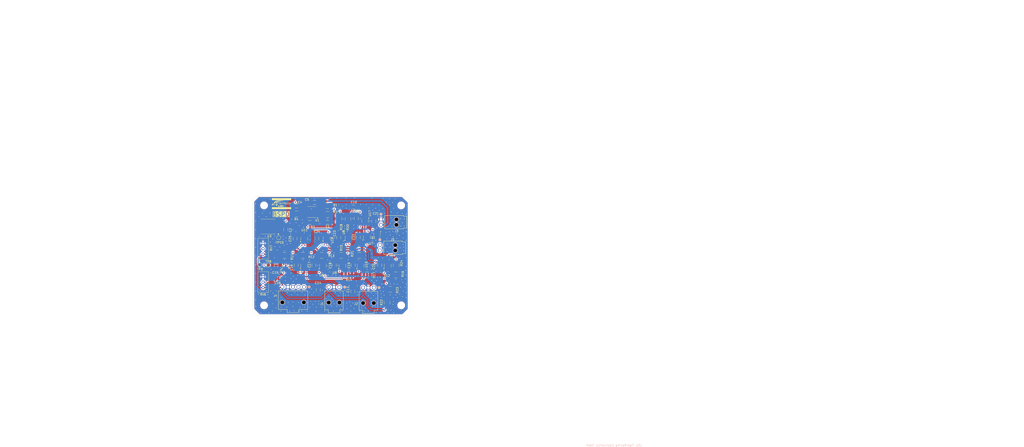
<source format=kicad_pcb>
(kicad_pcb (version 20241229) (generator "pcbnew") (generator_version "9.0")
  (layers (0 "F.Cu" signal) (2 "B.Cu" signal) (13 "F.Paste" user) (15 "B.Paste" user) (5 "F.SilkS" user "F.Silkscreen") (7 "B.SilkS" user "B.Silkscreen") (1 "F.Mask" user) (3 "B.Mask" user) (25 "Edge.Cuts" user))
  (net 0 "")
  (net 1 "+5V")
  (net 2 "GND")
  (net 3 "+12V")
  (net 4 "Net-(C10-Pad1)")
  (net 5 "Net-(C11-Pad1)")
  (net 6 "/BSE_1")
  (net 7 "/BSE_2")
  (net 10 "Net-(Q1-G)")
  (net 11 "BSPD_OUT")
  (net 12 "Net-(R11-Pad1)")
  (net 13 "Net-(R12-Pad1)")
  (net 14 "Net-(R13-Pad1)")
  (net 15 "/ACCUM_V")
  (net 16 "Net-(R15-Pad1)")
  (net 17 "/BRAKE+CURRENT_HOLD")
  (net 18 "/DISCONNECT_HOLD")
  (net 19 "Net-(R21-Pad1)")
  (net 20 "/0.455V")
  (net 21 "Net-(R24-Pad1)")
  (net 23 "/THRESH_ACCUM")
  (net 24 "/THRESH_BSE")
  (net 25 "Net-(U7-Pad4)")
  (net 26 "Net-(U11-Pad2)")
  (net 27 "Net-(U1-OUT)")
  (net 28 "Net-(U1-SS)")
  (net 29 "Net-(U1-ENUV)")
  (net 30 "Net-(U1-OVP)")
  (net 31 "Net-(U1-ILM)")
  (footprint "Capacitor_SMD:C_1206_3216Metric" (layer "F.Cu") (at 157.5929 100.8166 90)
    (property "Reference" "C20")
    (property "Value" "0.1uF")
  )
  (footprint "Capacitor_SMD:C_1206_3216Metric" (layer "F.Cu") (at 128.3208 88.4174 -90)
    (property "Reference" "C24")
    (property "Value" "0.1uF")
  )
  (footprint "Capacitor_SMD:C_1206_3216Metric" (layer "F.Cu") (at 136.4234 100.838 90)
    (property "Reference" "C18")
    (property "Value" "0.1uF")
  )
  (footprint "Capacitor_SMD:C_1206_3216Metric" (layer "F.Cu") (at 118.1608 88.4936 -90)
    (property "Reference" "C25")
    (property "Value" "0.1uF")
  )
  (footprint "LOGO" (layer "F.Cu") (at 111.8616 72.2122)
    (property "Reference" "G***" (hide yes))
    (property "Value" "LOGO" (hide yes))
  )
  (footprint "Resistor_SMD:R_1210_3225Metric" (layer "F.Cu") (at 151.5958 105.3338 180)
    (property "Reference" "R17")
    (property "Value" "100k")
  )
  (footprint "Package_TO_SOT_SMD:TO-252-3_TabPin2" (layer "F.Cu") (at 105.3592 82.8839 180)
    (property "Reference" "U3")
    (property "Value" "LM1117DT-5.0")
  )
  (footprint "BSPD:SAMMY-5PIN" (layer "F.Cu") (at 122.2588 110.964695)
    (property "Reference" "J4")
    (property "Value" "SAMMY-5PIN" (hide yes))
  )
  (footprint "Resistor_SMD:R_1210_3225Metric" (layer "F.Cu") (at 113.2628 96.266 180)
    (property "Reference" "R11")
    (property "Value" "100k")
  )
  (footprint "TestPoint:TestPoint_Pad_D1.5mm" (layer "F.Cu") (at 105.7656 100.7872)
    (property "Reference" "TP8")
    (property "Value" "TP_ACCUM")
  )
  (footprint "Resistor_SMD:R_1210_3225Metric" (layer "F.Cu") (at 133.145 73.1266)
    (property "Reference" "R1")
    (property "Value" "470k")
  )
  (footprint "Package_TO_SOT_SMD:SOT-23-5" (layer "F.Cu") (at 161.2251 101.0666 90)
    (property "Reference" "U12")
    (property "Value" "LM397")
  )
  (footprint "Capacitor_SMD:C_1206_3216Metric" (layer "F.Cu") (at 109.347 100.838 90)
    (property "Reference" "C15")
    (property "Value" "0.1uF")
  )
  (footprint "Capacitor_SMD:C_1206_3216Metric" (layer "F.Cu") (at 145.2372 100.838 90)
    (property "Reference" "C19")
    (property "Value" "0.1uF")
  )
  (footprint "Package_TO_SOT_SMD:SOT-23-5" (layer "F.Cu") (at 140.1826 101.0666 90)
    (property "Reference" "U9")
    (property "Value" "LM397")
  )
  (footprint "MountingHole:MountingHole_3.2mm_M3_DIN965" (layer "F.Cu") (at 167.5 119.5074)
    (property "Reference" "REF**" (hide yes))
    (property "Value" "MountingHole_3.2mm_M3_DIN965")
  )
  (footprint "Package_TO_SOT_SMD:SOT-23-5" (layer "F.Cu") (at 131.1148 101.0666 90)
    (property "Reference" "U6")
    (property "Value" "LM397")
  )
  (footprint "MountingHole:MountingHole_3.2mm_M3_DIN965" (layer "F.Cu") (at 103.75 73)
    (property "Reference" "REF**" (hide yes))
    (property "Value" "MountingHole_3.2mm_M3_DIN965")
  )
  (footprint "Capacitor_SMD:C_1206_3216Metric" (layer "F.Cu") (at 128.9304 112.3442 -90)
    (property "Reference" "C14")
    (property "Value" "0.1uF")
  )
  (footprint "Resistor_SMD:R_1210_3225Metric" (layer "F.Cu") (at 138.4554 79.1718 90)
    (property "Reference" "R18")
    (property "Value" "2.2k")
  )
  (footprint "Resistor_SMD:R_1210_3225Metric" (layer "F.Cu") (at 121.8226 96.266 180)
    (property "Reference" "R12")
    (property "Value" "100k")
  )
  (footprint "Capacitor_SMD:C_1206_3216Metric" (layer "F.Cu") (at 110.5154 107.0356 180)
    (property "Reference" "C26")
    (property "Value" "0.1uF")
  )
  (footprint "Package_TO_SOT_SMD:SOT-23-5" (layer "F.Cu") (at 151.5336 87.7824 90)
    (property "Reference" "U7")
    (property "Value" "SN74AHC1G08DBVR")
  )
  (footprint "Capacitor_SMD:C_1206_3216Metric" (layer "F.Cu") (at 146.6342 79.121 -90)
    (property "Reference" "C11")
    (property "Value" "100uF")
  )
  (footprint "TestPoint:TestPoint_Pad_D1.5mm" (layer "F.Cu") (at 101.8286 100.6348)
    (property "Reference" "TP9")
    (property "Value" "TP_BSE")
  )
  (footprint "Capacitor_SMD:C_1206_3216Metric" (layer "F.Cu") (at 145.0718 112.9788 -90)
    (property "Reference" "C13")
    (property "Value" "0.1uF")
  )
  (footprint "Package_TO_SOT_SMD:SOT-23-5" (layer "F.Cu") (at 122.4026 101.0666 90)
    (property "Reference" "U5")
    (property "Value" "LM397")
  )
  (footprint "Capacitor_SMD:C_1206_3216Metric" (layer "F.Cu") (at 113.8428 84.1756 -90)
    (property "Reference" "C2")
    (property "Value" "10uF")
  )
  (footprint "Resistor_SMD:R_1210_3225Metric" (layer "F.Cu") (at 148.0608 96.266 180)
    (property "Reference" "R21")
    (property "Value" "100k")
  )
  (footprint "BSPD:SAMMY-2PIN" (layer "F.Cu") (at 157.574095 91.4854 90)
    (property "Reference" "J5")
    (property "Value" "SAMMY-2PIN" (hide yes))
  )
  (footprint "Package_SO:SOIC-8_3.9x4.9mm_P1.27mm" (layer "F.Cu") (at 125.906 76.1238 180)
    (property "Reference" "U1")
    (property "Value" "~")
  )
  (footprint "Resistor_SMD:R_1210_3225Metric" (layer "F.Cu") (at 118.8466 77.0128 180)
    (property "Reference" "R4")
    (property "Value" "39k")
  )
  (footprint "Resistor_SMD:R_1210_3225Metric" (layer "F.Cu") (at 162.4076 112.0394 180)
    (property "Reference" "R23")
    (property "Value" "1k")
  )
  (footprint "Package_TO_SOT_SMD:SOT-23-5" (layer "F.Cu") (at 132.8674 88.2904 90)
    (property "Reference" "U18")
    (property "Value" "SN74AHC1G32DBVR")
  )
  (footprint "BSPD:SAMMY-3PIN" (layer "F.Cu") (at 138.7834 111.040895)
    (property "Reference" "J1")
    (property "Value" "SAMMY-3PIN" (hide yes))
  )
  (footprint "Capacitor_SMD:C_1206_3216Metric" (layer "F.Cu") (at 133.245 80.8966)
    (property "Reference" "C1")
    (property "Value" "1nf")
  )
  (footprint "Resistor_SMD:R_1206_3216Metric" (layer "F.Cu") (at 124.9916 80.9498)
    (property "Reference" "R3")
    (property "Value" "54.9k")
  )
  (footprint "Package_TO_SOT_SMD:SOT-23-5" (layer "F.Cu") (at 148.6408 101.0666 90)
    (property "Reference" "U10")
    (property "Value" "LM397")
  )
  (footprint "Capacitor_SMD:C_1206_3216Metric" (layer "F.Cu") (at 118.670767 100.838 90)
    (property "Reference" "C16")
    (property "Value" "0.1uF")
  )
  (footprint "MountingHole:MountingHole_3.2mm_M3_DIN965" (layer "F.Cu") (at 103.75 119.5074)
    (property "Reference" "REF**" (hide yes))
    (property "Value" "MountingHole_3.2mm_M3_DIN965")
  )
  (footprint "Resistor_SMD:R_1210_3225Metric" (layer "F.Cu") (at 139.6026 96.266 180)
    (property "Reference" "R15")
    (property "Value" "100k")
  )
  (footprint "Capacitor_SMD:C_1206_3216Metric" (layer "F.Cu") (at 138.5175 87.9602 -90)
    (property "Reference" "C23")
    (property "Value" "0.1uF")
  )
  (footprint "Resistor_SMD:R_1210_3225Metric" (layer "F.Cu") (at 164.9984 105.3592 180)
    (property "Reference" "R16")
    (property "Value" "100k")
  )
  (footprint "Resistor_SMD:R_1210_3225Metric" (layer "F.Cu") (at 142.7734 79.2988 90)
    (property "Reference" "R20")
    (property "Value" "1k")
  )
  (footprint "Capacitor_SMD:C_1206_3216Metric" (layer "F.Cu") (at 145.3134 73.8378 180)
    (property "Reference" "C10")
    (property "Value" "100uF")
  )
  (footprint "Capacitor_SMD:C_1206_3216Metric" (layer "F.Cu") (at 127.2268 71.628 180)
    (property "Reference" "C5")
    (property "Value" "10uF")
  )
  (footprint "Package_TO_SOT_SMD:SOT-23-5" (layer "F.Cu") (at 150.7123 80.2386 -90)
    (property "Reference" "U17")
    (property "Value" "SN74AHC1G32DBVR")
  )
  (footprint "Package_TO_SOT_SMD:SOT-23" (layer "F.Cu") (at 156.2495 86.4108 -90)
    (property "Reference" "Q1")
    (property "Value" "NMOS")
  )
  (footprint "Package_TO_SOT_SMD:SOT-23-5" (layer "F.Cu") (at 143.0133 87.9602 90)
    (property "Reference" "U8")
    (property "Value" "SN74AHC1G00DBVR")
  )
  (footprint "Package_TO_SOT_SMD:SOT-23-5" (layer "F.Cu") (at 122.4139 88.5698 90)
    (property "Reference" "U11")
    (property "Value" "SN74AHC1G08DBVR")
  )
  (footprint "Capacitor_SMD:C_1206_3216Metric" (layer "F.Cu") (at 126.9492 100.838 90)
    (property "Reference" "C17")
    (property "Value" "0.1uF")
  )
  (footprint "BSPD:SAMMY-2PIN" (layer "F.Cu") (at 158.107495 79.5474 90)
    (property "Reference" "J3" (hide yes))
    (property "Value" "SAMMY-2PIN" (hide yes))
  )
  (footprint "Potentiometer_THT:Potentiometer_Bourns_3296W_Vertical" (layer "F.Cu") (at 103.3018 111.2774 -90)
    (property "Reference" "RV6")
    (property "Value" "10k")
  )
  (footprint "Capacitor_SMD:C_1206_3216Metric" (layer "F.Cu") (at 118.8702 73.3044)
    (property "Reference" "C4")
    (property "Value" "10uF")
  )
  (footprint "Resistor_SMD:R_1210_3225Metric" (layer "F.Cu") (at 160.9344 118.2878 -90)
    (property "Reference" "R22")
    (property "Value" "10k")
  )
  (footprint "Package_TO_SOT_SMD:SOT-23-5" (layer "F.Cu") (at 113.8428 101.0666 90)
    (property "Reference" "U4")
    (property "Value" "LM397")
  )
  (footprint "MountingHole:MountingHole_3.2mm_M3_DIN965" (layer "F.Cu") (at 167.5 73)
    (property "Reference" "REF**" (hide yes))
    (property "Value" "MountingHole_3.2mm_M3_DIN965")
  )
  (footprint "Potentiometer_THT:Potentiometer_Bourns_3296W_Vertical" (layer "F.Cu") (at 103.2814 95.7072 -90)
    (property "Reference" "RV7")
    (property "Value" "10k")
  )
  (footprint "Resistor_SMD:R_1210_3225Metric" (layer "F.Cu") (at 133.315 77.2466)
    (property "Reference" "R2")
    (property "Value" "19.1k")
  )
  (footprint "Resistor_SMD:R_1210_3225Metric" (layer "F.Cu") (at 165.1367 100.8366 -90)
    (property "Reference" "R24")
    (property "Value" "100k")
  )
  (footprint "BSPD:SAMMY-3PIN" (layer "F.Cu") (at 154.765567 111.269095)
    (property "Reference" "J2")
    (property "Value" "SAMMY-3PIN" (hide yes))
  )
  (footprint "Capacitor_SMD:C_1206_3216Metric" (layer "F.Cu") (at 154.7368 80.3656 -90)
    (property "Reference" "C21")
    (property "Value" "0.1uF")
  )
  (footprint "Resistor_SMD:R_1210_3225Metric" (layer "F.Cu") (at 143.1376 105.3338 180)
    (property "Reference" "R14")
    (property "Value" "100k")
  )
  (footprint "Resistor_SMD:R_1210_3225Metric" (layer "F.Cu") (at 130.5348 96.266 180)
    (property "Reference" "R13")
    (property "Value" "100k")
  )
  (footprint "Capacitor_SMD:C_1206_3216Metric" (layer "F.Cu") (at 147.5853 87.884 -90)
    (property "Reference" "C22")
    (property "Value" "0.1uF")
  )
  (footprint "TestPoint:TestPoint_Pad_D1.5mm" (layer "F.Cu") (at 110.5916 88.011)
    (property "Reference" "TP10")
    (property "Value" "TP_GND")
  )
  (gr_arc (start 171.257719 121.9) (mid 170.514895 123.672952) (end 168.733221 124.394606) (stroke (width 0.05)) (layer "Edge.Cuts"))
  (gr_arc (start 168.757233 68.533567) (mid 170.525 69.2658) (end 171.257233 71.033567) (stroke (width 0.05)) (layer "Edge.Cuts"))
  (gr_line (start 101 124.425) (end 168.733221 124.3946) (stroke (width 0.05)) (layer "Edge.Cuts"))
  (gr_arc (start 101 124.425) (mid 99.232157 123.692691) (end 98.5 121.924785) (stroke (width 0.05)) (layer "Edge.Cuts"))
  (gr_line (start 171.257232 71.033567) (end 171.2576 121.8946) (stroke (width 0.05)) (layer "Edge.Cuts"))
  (gr_line (start 98.459116 71.037624) (end 98.5 121.925) (stroke (width 0.05)) (layer "Edge.Cuts"))
  (gr_line (start 101.00695 68.533567) (end 168.7572 68.533567) (stroke (width 0.05)) (layer "Edge.Cuts"))
  (gr_arc (start 98.459115 71.037624) (mid 99.223862 69.267523) (end 101.00695 68.533567) (stroke (width 0.05)) (layer "Edge.Cuts"))
  (gr_text "BSPD" (at 107.525 78.3082 0) (layer "F.SilkS" knockout) (effects (font (size 2 2) (thickness 0.3) (bold yes)) (justify left bottom)))
  (gr_text "J3\n" (at 165.354 84.963 0) (layer "F.SilkS") (effects (font (size 1 1))))
  (gr_text "LSU TigerRacing Electronics Team" (at 279.44 185.2248 0) (layer "B.SilkS") (effects (font (size 1 1) (thickness 0.1)) (justify left bottom mirror)))
  (segment (start 167.4622 95.9104) (end 168.9608 97.409) (width 0.5) (layer "F.Cu") (net 1))
  (segment (start 155.8312 99.3416) (end 155.6258 99.1362) (width 0.5) (layer "F.Cu") (net 1))
  (segment (start 112.776 92.9132) (end 111.8003 93.8889) (width 0.5) (layer "F.Cu") (net 1))
  (segment (start 126.9492 99.363) (end 129.5987 99.363) (width 0.5) (layer "F.Cu") (net 1))
  (segment (start 150.2994 86.6449) (end 150.5836 86.6449) (width 0.5) (layer "F.Cu") (net 1))
  (segment (start 117.8796 82.7006) (end 121.4639 86.2849) (width 0.5) (layer "F.Cu") (net 1))
  (segment (start 103.3018 111.2774) (end 111.946095 111.2774) (width 0.5) (layer "F.Cu") (net 1))
  (segment (start 128.3208 90.4748) (end 125.8316 92.964) (width 0.5) (layer "F.Cu") (net 1))
  (segment (start 138.1611 94.1219) (end 138.1401 94.1219) (width 0.5) (layer "F.Cu") (net 1))
  (segment (start 133.611705 110.8692) (end 128.9304 110.8692) (width 0.2) (layer "F.Cu") (net 1))
  (segment (start 104.0992 82.8839) (end 110.3992 82.8839) (width 0.2) (layer "F.Cu") (net 1))
  (segment (start 115.7224 92.9132) (end 112.776 92.9132) (width 0.5) (layer "F.Cu") (net 1))
  (segment (start 121.4639 87.4323) (end 120.6971 87.4323) (width 0.5) (layer "F.Cu") (net 1))
  (segment (start 168.9608 101.0158) (end 167.6775 102.2991) (width 0.5) (layer "F.Cu") (net 1))
  (segment (start 111.2415 95.7072) (end 111.8003 96.266) (width 0.5) (layer "F.Cu") (net 1))
  (segment (start 111.8003 93.8889) (end 111.8003 96.266) (width 0.5) (layer "F.Cu") (net 1))
  (segment (start 121.4672 92.964) (end 120.3601 94.0711) (width 0.5) (layer "F.Cu") (net 1))
  (segment (start 127.9906 92.964) (end 125.8316 92.964) (width 0.5) (layer "F.Cu") (net 1))
  (segment (start 142.0633 86.8227) (end 141.13 86.8227) (width 0.5) (layer "F.Cu") (net 1))
  (segment (start 147.4006 93.218) (end 146.5983 94.0203) (width 0.5) (layer "F.Cu") (net 1))
  (segment (start 120.3601 94.0711) (end 120.3601 96.266) (width 0.5) (layer "F.Cu") (net 1))
  (segment (start 167.6775 102.2991) (end 165.1367 102.2991) (width 0.5) (layer "F.Cu") (net 1))
  (segment (start 138.1401 96.266) (end 136.4234 97.9827) (width 0.5) (layer "F.Cu") (net 1))
  (segment (start 159.6876 99.3416) (end 160.2751 99.9291) (width 0.5) (layer "F.Cu") (net 1))
  (segment (start 118.1608 89.9686) (end 118.1608 90.4748) (width 0.5) (layer "F.Cu") (net 1))
  (segment (start 159.6898 121.5644) (end 160.9344 120.3198) (width 0.5) (layer "F.Cu") (net 1))
  (segment (start 125.8316 92.964) (end 121.4672 92.964) (width 0.5) (layer "F.Cu") (net 1))
  (segment (start 160.2751 97.7381) (end 162.1028 95.9104) (width 0.5) (layer "F.Cu") (net 1))
  (segment (start 134.3406 92.8116) (end 130.3528 92.8116) (width 0.5) (layer "F.Cu") (net 1))
  (segment (start 120.8865 99.363) (end 121.4526 99.9291) (width 0.5) (layer "F.Cu") (net 1))
  (segment (start 137.16 93.1418) (end 134.6708 93.1418) (width 0.5) (layer "F.Cu") (net 1))
  (segment (start 121.4639 86.2849) (end 121.4639 87.4323) (width 0.5) (layer "F.Cu") (net 1))
  (segment (start 138.1401 96.266) (end 138.1401 94.1219) (width 0.5) (layer "F.Cu") (net 1))
  (segment (start 126.9492 99.363) (end 126.9492 98.3891) (width 0.5) (layer "F.Cu") (net 1))
  (segment (start 129.5987 99.363) (end 130.1648 99.9291) (width 0.5) (layer "F.Cu") (net 1))
  (segment (start 160.2751 99.9291) (end 160.2751 97.7381) (width 0.5) (layer "F.Cu") (net 1))
  (segment (start 128.3208 89.8924) (end 128.3208 90.4748) (width 0.5) (layer "F.Cu") (net 1))
  (segment (start 136.4234 99.363) (end 138.6665 99.363) (width 0.5) (layer "F.Cu") (net 1))
  (segment (start 109.347 99.363) (end 112.3267 99.363) (width 0.5) (layer "F.Cu") (net 1))
  (segment (start 168.9608 97.409) (end 168.9608 101.0158) (width 0.5) (layer "F.Cu") (net 1))
  (segment (start 118.670767 97.955333) (end 118.670767 99.363) (width 0.5) (layer "F.Cu") (net 1))
  (segment (start 130.3528 92.8116) (end 129.0723 94.0921) (width 0.5) (layer "F.Cu") (net 1))
  (segment (start 150.5836 86.6449) (end 150.5836 82.4548) (width 0.5) (layer "F.Cu") (net 1))
  (segment (start 120.3601 96.266) (end 118.670767 97.955333) (width 0.5) (layer "F.Cu") (net 1))
  (segment (start 139.1412 93.1418) (end 138.1611 94.1219) (width 0.5) (layer "F.Cu") (net 1))
  (segment (start 120.3601 93.8171) (end 119.4562 92.9132) (width 0.5) (layer "F.Cu") (net 1))
  (segment (start 120.6971 87.4323) (end 118.1608 89.9686) (width 0.5) (layer "F.Cu") (net 1))
  (segment (start 157.5929 99.3416) (end 159.6876 99.3416) (width 0.5) (layer "F.Cu") (net 1))
  (segment (start 118.1608 90.4748) (end 115.7224 92.9132) (width 0.5) (layer "F.Cu") (net 1))
  (segment (start 152.1268 81.8406) (end 151.6623 81.3761) (width 0.5) (layer "F.Cu") (net 1))
  (segment (start 109.347 99.363) (end 109.347 98.7193) (width 0.5) (layer "F.Cu") (net 1))
  (segment (start 112.3267 99.363) (end 112.8928 99.9291) (width 0.5) (layer "F.Cu") (net 1))
  (segment (start 154.7368 81.8406) (end 152.1268 81.8406) (width 0.5) (layer "F.Cu") (net 1))
  (segment (start 129.0723 94.0457) (end 127.9906 92.964) (width 0.5) (layer "F.Cu") (net 1))
  (segment (start 144.526 93.1418) (end 139.1412 93.1418) (width 0.5) (layer "F.Cu") (net 1))
  (segment (start 136.4234 97.9827) (end 136.4234 99.363) (width 0.5) (layer "F.Cu") (net 1))
  (segment (start 103.2814 95.7072) (end 111.2415 95.7072) (width 0.5) (layer "F.Cu") (net 1))
  (segment (start 146.5983 94.0203) (end 145.7198 93.1418) (width 0.5) (layer "F.Cu") (net 1))
  (segment (start 160.9344 120.3198) (end 160.9344 119.7503) (width 0.5) (layer "F.Cu") (net 1))
  (segment (start 145.2372 99.363) (end 147.1247 99.363) (width 0.5) (layer "F.Cu") (net 1))
  (segment (start 147.828 93.218) (end 147.4006 93.218) (width 0.5) (layer "F.Cu") (net 1))
  (segment (start 131.0603 87.1529) (end 128.3208 89.8924) (width 0.5) (layer "F.Cu") (net 1))
  (segment (start 147.5853 89.359) (end 150.2994 86.6449) (width 0.5) (layer "F.Cu") (net 1))
  (segment (start 150.5836 82.4548) (end 151.6623 81.3761) (width 0.5) (layer "F.Cu") (net 1))
  (segment (start 129.0723 96.266) (end 129.0723 94.0921) (width 0.5) (layer "F.Cu") (net 1))
  (segment (start 131.9174 87.1529) (end 131.0603 87.1529) (width 0.5) (layer "F.Cu") (net 1))
  (segment (start 134.8109 93.1418) (end 134.6708 93.1418) (width 0.5) (layer "F.Cu") (net 1))
  (segment (start 147.5853 90.0825) (end 144.526 93.1418) (width 0.5) (layer "F.Cu") (net 1))
  (segment (start 112.2588 107.304) (end 112.2588 110.964695) (width 0.5) (layer "F.Cu") (net 1))
  (segment (start 162.1028 95.9104) (end 167.4622 95.9104) (width 0.5) (layer "F.Cu") (net 1))
  (segment (start 146.5983 96.266) (end 146.5983 94.0203) (width 0.5) (layer "F.Cu") (net 1))
  (segment (start 138.6665 99.363) (end 139.2326 99.9291) (width 0.5) (layer "F.Cu") (net 1))
  (segment (start 119.4562 92.9132) (end 115.7224 92.9132) (width 0.5) (layer "F.Cu") (net 1))
  (segment (start 138.5175 89.4352) (end 134.8109 93.1418) (width 0.5) (layer "F.Cu") (net 1))
  (segment (start 145.2372 97.6271) (end 145.2372 99.363) (width 0.5) (layer "F.Cu") (net 1))
  (segment (start 145.0718 111.5038) (end 149.530862 111.5038) (width 0.2) (layer "F.Cu") (net 1))
  (segment (start 147.1247 99.363) (end 147.6908 99.9291) (width 0.5) (layer "F.Cu") (net 1))
  (segment (start 126.9492 98.3891) (end 129.0723 96.266) (width 0.5) (layer "F.Cu") (net 1))
  (segment (start 147.5853 89.359) (end 147.5853 90.0825) (width 0.5) (layer "F.Cu") (net 1))
  (segment (start 145.7198 93.1418) (end 144.526 93.1418) (width 0.5) (layer "F.Cu") (net 1))
  (segment (start 157.5929 99.3416) (end 155.8312 99.3416) (width 0.5) (layer "F.Cu") (net 1))
  (segment (start 109.347 98.7193) (end 111.8003 96.266) (width 0.5) (layer "F.Cu") (net 1))
  (segment (start 134.6708 93.1418) (end 134.3406 92.8116) (width 0.5) (layer "F.Cu") (net 1))
  (segment (start 113.8428 82.7006) (end 110.5825 82.7006) (width 0.5) (layer "F.Cu") (net 1))
  (segment (start 118.670767 99.363) (end 120.8865 99.363) (width 0.5) (layer "F.Cu") (net 1))
  (segment (start 138.1401 94.1219) (end 137.16 93.1418) (width 0.5) (layer "F.Cu") (net 1))
  (segment (start 141.13 86.8227) (end 138.5175 89.4352) (width 0.5) (layer "F.Cu") (net 1))
  (segment (start 129.0723 94.0921) (end 129.0723 94.0457) (width 0.5) (layer "F.Cu") (net 1))
  (segment (start 113.8428 82.7006) (end 117.8796 82.7006) (width 0.5) (layer "F.Cu") (net 1))
  (segment (start 120.3601 94.0711) (end 120.3601 93.8171) (width 0.5) (layer "F.Cu") (net 1))
  (segment (start 146.5983 96.266) (end 145.2372 97.6271) (width 0.5) (layer "F.Cu") (net 1))
  (via (at 159.6898 121.5644) (size 1) (drill 0.3) (layers "F.Cu" "B.Cu") (net 1))
  (via (at 147.828 93.218) (size 1) (drill 0.3) (layers "F.Cu" "B.Cu") (net 1))
  (via (at 155.6258 99.1362) (size 1) (drill 0.3) (layers "F.Cu" "B.Cu") (net 1))
  (segment (start 153.5938 121.5644) (end 159.6898 121.5644) (width 0.5) (layer "B.Cu") (net 1))
  (segment (start 147.828 93.218) (end 150.3934 93.218) (width 0.5) (layer "B.Cu") (net 1))
  (segment (start 153.3652 99.1362) (end 155.6258 99.1362) (width 0.5) (layer "B.Cu") (net 1))
  (segment (start 133.7834 112.876) (end 130.429 116.2304) (width 0.5) (layer "B.Cu") (net 1))
  (segment (start 152.2984 98.0694) (end 153.3652 99.1362) (width 0.5) (layer "B.Cu") (net 1))
  (segment (start 130.429 116.2304) (end 114.6556 116.2304) (width 0.5) (layer "B.Cu") (net 1))
  (segment (start 102.0826 111.2774) (end 101.0158 110.2106) (width 0.5) (layer "B.Cu") (net 1))
  (segment (start 133.7834 111.040895) (end 133.7834 112.876) (width 0.5) (layer "B.Cu") (net 1))
  (segment (start 151.9936 117.0686) (end 151.9936 119.9642) (width 0.5) (layer "B.Cu") (net 1))
  (segment (start 150.3934 93.218) (end 152.2984 95.123) (width 0.5) (layer "B.Cu") (net 1))
  (segment (start 112.2588 113.8336) (end 112.2588 110.964695) (width 0.5) (layer "B.Cu") (net 1))
  (segment (start 133.7834 112.876) (end 137.2648 116.3574) (width 0.5) (layer "B.Cu") (net 1))
  (segment (start 149.765567 111.269095) (end 149.765567 114.840567) (width 0.5) (layer "B.Cu") (net 1))
  (segment (start 101.0158 110.2106) (end 101.0158 97.9728) (width 0.5) (layer "B.Cu") (net 1))
  (segment (start 149.765567 114.840567) (end 151.9936 117.0686) (width 0.5) (layer "B.Cu") (net 1))
  (segment (start 151.9936 119.9642) (end 153.5938 121.5644) (width 0.5) (layer "B.Cu") (net 1))
  (segment (start 101.0158 97.9728) (end 103.2814 95.7072) (width 0.5) (layer "B.Cu") (net 1))
  (segment (start 114.6556 116.2304) (end 112.2588 113.8336) (width 0.5) (layer "B.Cu") (net 1))
  (segment (start 148.248734 116.3574) (end 149.765567 114.840567) (width 0.5) (layer "B.Cu") (net 1))
  (segment (start 103.3018 111.2774) (end 102.0826 111.2774) (width 0.5) (layer "B.Cu") (net 1))
  (segment (start 152.2984 95.123) (end 152.2984 98.0694) (width 0.5) (layer "B.Cu") (net 1))
  (segment (start 137.2648 116.3574) (end 148.248734 116.3574) (width 0.5) (layer "B.Cu") (net 1))
  (via (at 137.9982 100.9142) (size 0.6) (drill 0.3) (layers "F.Cu" "B.Cu") (net 2))
  (via (at 159.6644 76.6572) (size 0.6) (drill 0.3) (layers "F.Cu" "B.Cu") (net 2))
  (via (at 165.7096 76.4032) (size 0.6) (drill 0.3) (layers "F.Cu" "B.Cu") (net 2))
  (via (at 139.3444 113.6396) (size 0.6) (drill 0.3) (layers "F.Cu" "B.Cu") (net 2))
  (via (at 158.2928 115.824) (size 0.6) (drill 0.3) (layers "F.Cu" "B.Cu") (net 2))
  (via (at 127.872836 122.174) (size 0.6) (drill 0.3) (layers "F.Cu" "B.Cu") (net 2))
  (via (at 157.6578 87.8078) (size 0.6) (drill 0.3) (layers "F.Cu" "B.Cu") (net 2))
  (via (at 136.6012 88.1888) (size 0.6) (drill 0.3) (layers "F.Cu" "B.Cu") (net 2))
  (via (at 168.91 82.6008) (size 0.6) (drill 0.3) (layers "F.Cu" "B.Cu") (net 2))
  (via (at 140.6652 76.7842) (size 0.6) (drill 0.3) (layers "F.Cu" "B.Cu") (net 2))
  (via (at 155.8036 100.8888) (size 0.6) (drill 0.3) (layers "F.Cu" "B.Cu") (net 2))
  (via (at 160.9344 88.4936) (size 0.6) (drill 0.3) (layers "F.Cu" "B.Cu") (net 2))
  (via (at 148.4122 79.1718) (size 0.6) (drill 0.3) (layers "F.Cu" "B.Cu") (net 2))
  (via (at 166.7764 97.536) (size 0.6) (drill 0.3) (layers "F.Cu" "B.Cu") (net 2))
  (via (at 115.824 81.2292) (size 0.6) (drill 0.3) (layers "F.Cu" "B.Cu") (net 2))
  (via (at 117.2718 108.5088) (size 0.6) (drill 0.3) (layers "F.Cu" "B.Cu") (net 2))
  (via (at 118.1608 69.7992) (size 0.6) (drill 0.3) (layers "F.Cu" "B.Cu") (net 2))
  (via (at 133.7564 115.2652) (size 0.6) (drill 0.3) (layers "F.Cu" "B.Cu") (net 2))
  (via (at 169.8244 77.0636) (size 0.6) (drill 0.3) (layers "F.Cu" "B.Cu") (net 2))
  (via (at 162.024291 69.9008) (size 0.6) (drill 0.3) (layers "F.Cu" "B.Cu") (net 2))
  (via (at 101.1428 114.4524) (size 0.6) (drill 0.3) (layers "F.Cu" "B.Cu") (net 2))
  (via (at 169.3164 110.998) (size 0.6) (drill 0.3) (layers "F.Cu" "B.Cu") (net 2))
  (via (at 106.7308 90.1192) (size 0.6) (drill 0.3) (layers "F.Cu" "B.Cu") (net 2))
  (via (at 118.11 113.4872) (size 0.6) (drill 0.3) (layers "F.Cu" "B.Cu") (net 2))
  (via (at 104.2924 87.3252) (size 0.6) (drill 0.3) (layers "F.Cu" "B.Cu") (net 2))
  (via (at 146.2278 103.8606) (size 0.6) (drill 0.3) (layers "F.Cu" "B.Cu") (net 2))
  (via (at 165.7096 115.8748) (size 0.6) (drill 0.3) (layers "F.Cu" "B.Cu") (net 2))
  (via (at 164.9984 107.5436) (size 0.6) (drill 0.3) (layers "F.Cu" "B.Cu") (net 2))
  (via (at 163.8554 87.6046) (size 0.6) (drill 0.3) (layers "F.Cu" "B.Cu") (net 2))
  (via (at 113.9444 88.138) (size 0.6) (drill 0.3) (layers "F.Cu" "B.Cu") (net 2))
  (via (at 163.2204 80.1624) (size 0.6) (drill 0.3) (layers "F.Cu" "B.Cu") (net 2))
  (via (at 142.2146 118.4656) (size 0.6) (drill 0.3) (layers "F.Cu" "B.Cu") (net 2))
  (via (at 141.1732 82.5754) (size 0.6) (drill 0.3) (layers "F.Cu" "B.Cu") (net 2))
  (via (at 147.4216 105.8926) (size 0.6) (drill 0.3) (layers "F.Cu" "B.Cu") (net 2))
  (via (at 160.5788 71.5264) (size 0.6) (drill 0.3) (layers "F.Cu" "B.Cu") (net 2))
  (via (at 110.744 105.029) (size 0.6) (drill 0.3) (layers "F.Cu" "B.Cu") (net 2))
  (via (at 142.494 85.1154) (size 0.6) (drill 0.3) (layers "F.Cu" "B.Cu") (net 2))
  (via (at 153.6192 100.7364) (size 0.6) (drill 0.3) (layers "F.Cu" "B.Cu") (net 2))
  (via (at 163.576 71.6788) (size 0.6) (drill 0.3) (layers "F.Cu" "B.Cu") (net 2))
  (via (at 157.7848 112.7252) (size 0.6) (drill 0.3) (layers "F.Cu" "B.Cu") (net 2))
  (via (at 147.066 113.3348) (size 0.6) (drill 0.3) (layers "F.Cu" "B.Cu") (net 2))
  (via (at 109.3216 112.776) (size 0.6) (drill 0.3) (layers "F.Cu" "B.Cu") (net 2))
  (via (at 158.9278 69.6976) (size 0.6) (drill 0.3) (layers "F.Cu" "B.Cu") (net 2))
  (via (at 108.7628 87.2236) (size 0.6) (drill 0.3) (layers "F.Cu" "B.Cu") (net 2))
  (via (at 151.7396 102.7176) (size 0.6) (drill 0.3) (layers "F.Cu" "B.Cu") (net 2))
  (via (at 155.6512 74.3204) (size 0.6) (drill 0.3) (layers "F.Cu" "B.Cu") (net 2))
  (via (at 141.3256 112.522) (size 0.6) (drill 0.3) (layers "F.Cu" "B.Cu") (net 2))
  (via (at 113.5888 107.9754) (size 0.6) (drill 0.3) (layers "F.Cu" "B.Cu") (net 2))
  (via (at 125.0188 120.4468) (size 0.6) (drill 0.3) (layers "F.Cu" "B.Cu") (net 2))
  (via (at 109.3216 117.094) (size 0.6) (drill 0.3) (layers "F.Cu" "B.Cu") (net 2))
  (via (at 141.5288 114.808) (size 0.6) (drill 0.3) (layers "F.Cu" "B.Cu") (net 2))
  (via (at 146.6342 108.1786) (size 0.6) (drill 0.3) (layers "F.Cu" "B.Cu") (net 2))
  (via (at 151.0792 96.4184) (size 0.6) (drill 0.3) (layers "F.Cu" "B.Cu") (net 2))
  (via (at 99.8728 76.296982) (size 0.6) (drill 0.3) (layers "F.Cu" "B.Cu") (net 2))
  (via (at 116.2558 107.0102) (size 0.6) (drill 0.3) (layers "F.Cu" "B.Cu") (net 2))
  (via (at 141.9352 74.3204) (size 0.6) (drill 0.3) (layers "F.Cu" "B.Cu") (net 2))
  (via (at 103.0224 76.6572) (size 0.6) (drill 0.3) (layers "F.Cu" "B.Cu") (net 2))
  (via (at 128.016 120.3452) (size 0.6) (drill 0.3) (layers "F.Cu" "B.Cu") (net 2))
  (via (at 134.9756 91.059) (size 0.6) (drill 0.3) (layers "F.Cu" "B.Cu") (net 2))
  (via (at 135.1788 97.5868) (size 0.6) (drill 0.3) (layers "F.Cu" "B.Cu") (net 2))
  (via (at 142.9004 114.8588) (size 0.6) (drill 0.3) (layers "F.Cu" "B.Cu") (net 2))
  (via (at 133.2484 79.2734) (size 0.6) (drill 0.3) (layers "F.Cu" "B.Cu") (net 2))
  (via (at 147.1676 83.6676) (size 0.6) (drill 0.3) (layers "F.Cu" "B.Cu") (net 2))
  (via (at 120.5992 120.396) (size 0.6) (drill 0.3) (layers "F.Cu" "B.Cu") (net 2))
  (via (at 135.4328 105.4608) (size 0.6) (drill 0.3) (layers "F.Cu" "B.Cu") (net 2))
  (via (at 138.4808 115.062) (size 0.6) (drill 0.3) (layers "F.Cu" "B.Cu") (net 2))
  (via (at 138.0744 74.3712) (size 0.6) (drill 0.3) (layers "F.Cu" "B.Cu") (net 2))
  (via (at 160.1724 92.5576) (size 0.6) (drill 0.3) (layers "F.Cu" "B.Cu") (net 2))
  (via (at 113.3094 94.1578) (size 0.6) (drill 0.3) (layers "F.Cu" "B.Cu") (net 2))
  (via (at 125.0442 89.027) (size 0.6) (drill 0.3) (layers "F.Cu" "B.Cu") (net 2))
  (via (at 109.22 120.7008) (size 0.6) (drill 0.3) (layers "F.Cu" "B.Cu") (net 2))
  (via (at 168.021 76.708) (size 0.6) (drill 0.3) (layers "F.Cu" "B.Cu") (net 2))
  (via (at 145.4912 120.9294) (size 0.6) (drill 0.3) (layers "F.Cu" "B.Cu") (net 2))
  (via (at 116.3066 104.4702) (size 0.6) (drill 0.3) (layers "F.Cu" "B.Cu") (net 2))
  (via (at 127.4572 95.8596) (size 0.6) (drill 0.3) (layers "F.Cu" "B.Cu") (net 2))
  (via (at 106.8324 112.776) (size 0.6) (drill 0.3) (layers "F.Cu" "B.Cu") (net 2))
  (via (at 162.7124 121.7676) (size 0.6) (drill 0.3) (layers "F.Cu" "B.Cu") (net 2))
  (via (at 135.2296 116.3828) (size 0.6) (drill 0.3) (layers "F.Cu" "B.Cu") (net 2))
  (via (at 147.1676 114.7064) (size 0.6) (drill 0.3) (layers "F.Cu" "B.Cu") (net 2))
  (via (at 137.1092 105.5624) (size 0.6) (drill 0.3) (layers "F.Cu" "B.Cu") (net 2))
  (via (at 106.9594 104.4194) (size 0.6) (drill 0.3) (layers "F.Cu" "B.Cu") (net 2))
  (via (at 108.7628 92.202) (size 0.6) (drill 0.3) (layers "F.Cu" "B.Cu") (net 2))
  (via (at 162.0266 85.2678) (size 0.6) (drill 0.3) (layers "F.Cu" "B.Cu") (net 2))
  (via (at 149.098 120.7008) (size 0.6) (drill 0.3) (layers "F.Cu" "B.Cu") (net 2))
  (via (at 168.275 108.7882) (size 0.6) (drill 0.3) (layers "F.Cu" "B.Cu") (net 2))
  (via (at 161.2392 122.8852) (size 0.6) (drill 0.3) (layers "F.Cu" "B.Cu") (net 2))
  (via (at 155.7528 89.281) (size 0.6) (drill 0.3) (layers "F.Cu" "B.Cu") (net 2))
  (via (at 99.8728 116.8908) (size 0.6) (drill 0.3) (layers "F.Cu" "B.Cu") (net 2))
  (via (at 130.9624 112.4712) (size 0.6) (drill 0.3) (layers "F.Cu" "B.Cu") (net 2))
  (via (at 140.6144 79.2988) (size 0.6) (drill 0.3) (layers "F.Cu" "B.Cu") (net 2))
  (via (at 107.575927 122.174) (size 0.6) (drill 0.3) (layers "F.Cu" "B.Cu") (net 2))
  (via (at 169.3672 107.2388) (size 0.6) (drill 0.3) (layers "F.Cu" "B.Cu") (net 2))
  (via (at 157.734 106.5276) (size 0.6) (drill 0.3) (layers "F.Cu" "B.Cu") (net 2))
  (via (at 150.8252 120.8024) (size 0.6) (drill 0.3) (layers "F.Cu" "B.Cu") (net 2))
  (via (at 106.0704 115.824) (size 0.6) (drill 0.3) (layers "F.Cu" "B.Cu") (net 2))
  (via (at 99.8728 84.415745) (size 0.6) (drill 0.3) (layers "F.Cu" "B.Cu") (net 2))
  (via (at 156.1592 83.5152) (size 0.6) (drill 0.3) (layers "F.Cu" "B.Cu") (net 2))
  (via (at 142.7988 98.3234) (size 0.6) (drill 0.3) (layers "F.Cu" "B.Cu") (net 2))
  (via (at 119.4054 105.537) (size 0.6) (drill 0.3) (layers "F.Cu" "B.Cu") (net 2))
  (via (at 112.5728 87.376) (size 0.6) (drill 0.3) (layers "F.Cu" "B.Cu") (net 2))
  (via (at 107.8484 88.5952) (size 0.6) (drill 0.3) (layers "F.Cu" "B.Cu") (net 2))
  (via (at 152.9334 80.2132) (size 0.6) (drill 0.3) (layers "F.Cu" "B.Cu") (net 2))
  (via (at 113.2332 98.1964) (size 0.6) (drill 0.3) (layers "F.Cu" "B.Cu") (net 2))
  (via (at 160.9344 82.8548) (size 0.6) (drill 0.3) (layers "F.Cu" "B.Cu") (net 2))
  (via (at 99.8728 108.772036) (size 0.6) (drill 0.3) (layers "F.Cu" "B.Cu") (net 2))
  (via (at 136.8552 113.4872) (size 0.6) (drill 0.3) (layers "F.Cu" "B.Cu") (net 2))
  (via (at 116.4844 99.2124) (size 0.6) (drill 0.3) (layers "F.Cu" "B.Cu") (net 2))
  (via (at 157.226 72.898) (size 0.6) (drill 0.3) (layers "F.Cu" "B.Cu") (net 2))
  (via (at 122.7836 114.7064) (size 0.6) (drill 0.3) (layers "F.Cu" "B.Cu") (net 2))
  (via (at 118.6688 81.0768) (size 0.6) (drill 0.3) (layers "F.Cu" "B.Cu") (net 2))
  (via (at 125.3744 117.602) (size 0.6) (drill 0.3) (layers "F.Cu" "B.Cu") (net 2))
  (via (at 111.635309 122.174) (size 0.6) (drill 0.3) (layers "F.Cu" "B.Cu") (net 2))
  (via (at 135.2042 86.3346) (size 0.6) (drill 0.3) (layers "F.Cu" "B.Cu") (net 2))
  (via (at 138.7602 108.7374) (size 0.6) (drill 0.3) (layers "F.Cu" "B.Cu") (net 2))
  (via (at 155.8544 122.7836) (size 0.6) (drill 0.3) (layers "F.Cu" "B.Cu") (net 2))
  (via (at 99.8728 92.534509) (size 0.6) (drill 0.3) (layers "F.Cu" "B.Cu") (net 2))
  (via (at 101.4476 87.3252) (size 0.6) (drill 0.3) (layers "F.Cu" "B.Cu") (net 2))
  (via (at 117.1956 120.0404) (size 0.6) (drill 0.3) (layers "F.Cu" "B.Cu") (net 2))
  (via (at 153.8224 107.8992) (size 0.6) (drill 0.3) (layers "F.Cu" "B.Cu") (net 2))
  (via (at 157.988 120.2436) (size 0.6) (drill 0.3) (layers "F.Cu" "B.Cu") (net 2))
  (via (at 162.4076 86.7664) (size 0.6) (drill 0.3) (layers "F.Cu" "B.Cu") (net 2))
  (via (at 134.493 69.6214) (size 0.6) (drill 0.3) (layers "F.Cu" "B.Cu") (net 2))
  (via (at 111.6584 115.7732) (size 0.6) (drill 0.3) (layers "F.Cu" "B.Cu") (net 2))
  (via (at 168.0972 81.0768) (size 0.6) (drill 0.3) (layers "F.Cu" "B.Cu") (net 2))
  (via (at 139.192 105.7148) (size 0.6) (drill 0.3) (layers "F.Cu" "B.Cu") (net 2))
  (via (at 134.1628 103.9876) (size 0.6) (drill 0.3) (layers "F.Cu" "B.Cu") (net 2))
  (via (at 156.5148 106.553) (size 0.6) (drill 0.3) (layers "F.Cu" "B.Cu") (net 2))
  (via (at 117.348 106.0958) (size 0.6) (drill 0.3) (layers "F.Cu" "B.Cu") (net 2))
  (via (at 156.3624 80.518) (size 0.6) (drill 0.3) (layers "F.Cu" "B.Cu") (net 2))
  (via (at 127.5588 117.7036) (size 0.6) (drill 0.3) (layers "F.Cu" "B.Cu") (net 2))
  (via (at 122.5804 120.396) (size 0.6) (drill 0.3) (layers "F.Cu" "B.Cu") (net 2))
  (via (at 145.8722 69.5198) (size 0.6) (drill 0.3) (layers "F.Cu" "B.Cu") (net 2))
  (via (at 163.9824 122.936) (size 0.6) (drill 0.3) (layers "F.Cu" "B.Cu") (net 2))
  (via (at 157.3784 75.3872) (size 0.6) (drill 0.3) (layers "F.Cu" "B.Cu") (net 2))
  (via (at 111.0996 92.3544) (size 0.6) (drill 0.3) (layers "F.Cu" "B.Cu") (net 2))
  (via (at 101.952793 112.792026) (size 0.6) (drill 0.3) (layers "F.Cu" "B.Cu") (net 2))
  (via (at 144.0942 119.7102) (size 0.6) (drill 0.3) (layers "F.Cu" "B.Cu") (net 2))
  (via (at 154.2542 75.1586) (size 0.6) (drill 0.3) (layers "F.Cu" "B.Cu") (net 2))
  (via (at 141.7574 69.596) (size 0.6) (drill 0.3) (layers "F.Cu" "B.Cu") (net 2))
  (via (at 168.4528 91.186) (size 0.6) (drill 0.3) (layers "F.Cu" "B.Cu") (net 2))
  (via (at 147.6248 98.3488) (size 0.6) (drill 0.3) (layers "F.Cu" "B.Cu") (net 2))
  (via (at 105.9688 123.0376) (size 0.6) (drill 0.3) (layers "F.Cu" "B.Cu") (net 2))
  (via (at 122.0216 83.2358) (size 0.6) (drill 0.3) (layers "F.Cu" "B.Cu") (net 2))
  (via (at 153.8986 85.8774) (size 0.6) (drill 0.3) (layers "F.Cu" "B.Cu") (net 2))
  (via (at 150.9268 97.8408) (size 0.6) (drill 0.3) (layers "F.Cu" "B.Cu") (net 2))
  (via (at 169.6212 103.2256) (size 0.6) (drill 0.3) (layers "F.Cu" "B.Cu") (net 2))
  (via (at 129.1336 118.872) (size 0.6) (drill 0.3) (layers "F.Cu" "B.Cu") (net 2))
  (via (at 154.8892 108.9152) (size 0.6) (drill 0.3) (layers "F.Cu" "B.Cu") (net 2))
  (via (at 140.1572 103.7336) (size 0.6) (drill 0.3) (layers "F.Cu" "B.Cu") (net 2))
  (via (at 162.4076 81.3308) (size 0.6) (drill 0.3) (layers "F.Cu" "B.Cu") (net 2))
  (via (at 167.1828 111.0488) (size 0.6) (drill 0.3) (layers "F.Cu" "B.Cu") (net 2))
  (via (at 137.4648 119.9388) (size 0.6) (drill 0.3) (layers "F.Cu" "B.Cu") (net 2))
  (via (at 154.0002 69.5706) (size 0.6) (drill 0.3) (layers "F.Cu" "B.Cu") (net 2))
  (via (at 99.8728 104.712655) (size 0.6) (drill 0.3) (layers "F.Cu" "B.Cu") (net 2))
  (via (at 152.229127 122.174) (size 0.6) (drill 0.3) (layers "F.Cu" "B.Cu") (net 2))
  (via (at 154.1272 120.1928) (size 0.6) (drill 0.3) (layers "F.Cu" "B.Cu") (net 2))
  (via (at 135.1788 119.888) (size 0.6) (drill 0.3) (layers "F.Cu" "B.Cu") (net 2))
  (via (at 121.5644 81.1784) (size 0.6) (drill 0.3) (layers "F.Cu" "B.Cu") (net 2))
  (via (at 124.8664 98.5012) (size 0.6) (drill 0.3) (layers "F.Cu" "B.Cu") (net 2))
  (via (at 114.554 91.0336) (size 0.6) (drill 0.3) (layers "F.Cu" "B.Cu") (net 2))
  (via (at 124.8156 102.87) (size 0.6) (drill 0.3) (layers "F.Cu" "B.Cu") (net 2))
  (via (at 129.6924 81.534) (size 0.6) (drill 0.3) (layers "F.Cu" "B.Cu") (net 2))
  (via (at 141.9352 72.7456) (size 0.6) (drill 0.3) (layers "F.Cu" "B.Cu") (net 2))
  (via (at 169.7736 115.9256) (size 0.6) (drill 0.3) (layers "F.Cu" "B.Cu") (net 2))
  (via (at 141.2494 83.8962) (size 0.6) (drill 0.3) (layers "F.Cu" "B.Cu") (net 2))
  (via (at 165.4556 86.2584) (size 0.6) (drill 0.3) (layers "F.Cu" "B.Cu") (net 2))
  (via (at 163.7284 119.0752) (size 0.6) (drill 0.3) (layers "F.Cu" "B.Cu") (net 2))
  (via (at 131.932218 122.174) (size 0.6) (drill 0.3) (layers "F.Cu" "B.Cu") (net 2))
  (via (at 150.2664 108.8644) (size 0.6) (drill 0.3) (layers "F.Cu" "B.Cu") (net 2))
  (via (at 121.9708 94.234) (size 0.6) (drill 0.3) (layers "F.Cu" "B.Cu") (net 2))
  (via (at 109.8296 93.8276) (size 0.6) (drill 0.3) (layers "F.Cu" "B.Cu") (net 2))
  (via (at 107.061 102.7176) (size 0.6) (drill 0.3) (layers "F.Cu" "B.Cu") (net 2))
  (via (at 118.5672 85.2932) (size 0.6) (drill 0.3) (layers "F.Cu" "B.Cu") (net 2))
  (via (at 145.4658 83.693) (size 0.6) (drill 0.3) (layers "F.Cu" "B.Cu") (net 2))
  (via (at 155.702 120.142) (size 0.6) (drill 0.3) (layers "F.Cu" "B.Cu") (net 2))
  (via (at 154.7876 90.6272) (size 0.6) (drill 0.3) (layers "F.Cu" "B.Cu") (net 2))
  (via (at 138.0236 92.3036) (size 0.6) (drill 0.3) (layers "F.Cu" "B.Cu") (net 2))
  (via (at 161.798 98.1964) (size 0.6) (drill 0.3) (layers "F.Cu" "B.Cu") (net 2))
  (via (at 125.8824 74.676) (size 0.6) (drill 0.3) (layers "F.Cu" "B.Cu") (net 2))
  (via (at 99.8728 112.831418) (size 0.6) (drill 0.3) (layers "F.Cu" "B.Cu") (net 2))
  (via (at 161.036 94.4626) (size 0.6) (drill 0.3) (layers "F.Cu" "B.Cu") (net 2))
  (via (at 136.3726 118.8212) (size 0.6) (drill 0.3) (layers "F.Cu" "B.Cu") (net 2))
  (via (at 161.0868 90.932) (size 0.6) (drill 0.3) (layers "F.Cu" "B.Cu") (net 2))
  (via (at 166.7764 114.3) (size 0.6) (drill 0.3) (layers "F.Cu" "B.Cu") (net 2))
  (via (at 169.8244 105.479273) (size 0.6) (drill 0.3) (layers "F.Cu" "B.Cu") (net 2))
  (via (at 169.8244 97.360509) (size 0.6) (drill 0.3) (layers "F.Cu" "B.Cu") (net 2))
  (via (at 155.4734 91.948) (size 0.6) (drill 0.3) (layers "F.Cu" "B.Cu") (net 2))
  (via (at 158.1912 114.1476) (size 0.6) (drill 0.3) (layers "F.Cu" "B.Cu") (net 2))
  (via (at 148.7932 103.6828) (size 0.6) (drill 0.3) (layers "F.Cu" "B.Cu") (net 2))
  (via (at 118.6942 107.2134) (size 0.6) (drill 0.3) (layers "F.Cu" "B.Cu") (net 2))
  (via (at 153.5684 102.6668) (size 0.6) (drill 0.3) (layers "F.Cu" "B.Cu") (net 2))
  (via (at 155.8036 116.2812) (size 0.6) (drill 0.3) (layers "F.Cu" "B.Cu") (net 2))
  (via (at 108.966 90.2716) (size 0.6) (drill 0.3) (layers "F.Cu" "B.Cu") (net 2))
  (via (at 130.9116 104.3432) (size 0.6) (drill 0.3) (layers "F.Cu" "B.Cu") (net 2))
  (via (at 119.7356 118.1608) (size 0.6) (drill 0.3) (layers "F.Cu" "B.Cu") (net 2))
  (via (at 108.585 97.3836) (size 0.6) (drill 0.3) (layers "F.Cu" "B.Cu") (net 2))
  (via (at 153.4668 116.1796) (size 0.6) (drill 0.3) (layers "F.Cu" "B.Cu") (net 2))
  (via (at 130.429 85.9536) (size 0.6) (drill 0.3) (layers "F.Cu" "B.Cu") (net 2))
  (via (at 99.8728 72.2376) (size 0.6) (drill 0.3) (layers "F.Cu" "B.Cu") (net 2))
  (via (at 111.4298 101.9302) (size 0.6) (drill 0.3) (layers "F.Cu" "B.Cu") (net 2))
  (via (at 154.7368 115.0112) (size 0.6) (drill 0.3) (layers "F.Cu" "B.Cu") (net 2))
  (via (at 117.1956 84.3788) (size 0.6) (drill 0.3) (layers "F.Cu" "B.Cu") (net 2))
  (via (at 136.3472 94.9452) (size 0.6) (drill 0.3) (layers "F.Cu" "B.Cu") (net 2))
  (via (at 148.6916 72.5932) (size 0.6) (drill 0.3) (layers "F.Cu" "B.Cu") (net 2))
  (via (at 165.0492 114.7064) (size 0.6) (drill 0.3) (layers "F.Cu" "B.Cu") (net 2))
  (via (at 169.8244 89.241745) (size 0.6) (drill 0.3) (layers "F.Cu" "B.Cu") (net 2))
  (via (at 112.776 88.7984) (size 0.6) (drill 0.3) (layers "F.Cu" "B.Cu") (net 2))
  (via (at 116.6368 79.4512) (size 0.6) (drill 0.3) (layers "F.Cu" "B.Cu") (net 2))
  (via (at 138.2014 84.7344) (size 0.6) (drill 0.3) (layers "F.Cu" "B.Cu") (net 2))
  (via (at 163.8808 117.7036) (size 0.6) (drill 0.3) (layers "F.Cu" "B.Cu") (net 2))
  (via (at 164.1856 109.474) (size 0.6) (drill 0.3) (layers "F.Cu" "B.Cu") (net 2))
  (via (at 140.6144 89.4842) (size 0.6) (drill 0.3) (layers "F.Cu" "B.Cu") (net 2))
  (via (at 119.754072 122.174) (size 0.6) (drill 0.3) (layers "F.Cu" "B.Cu") (net 2))
  (via (at 151.2824 72.644) (size 0.6) (drill 0.3) (layers "F.Cu" "B.Cu") (net 2))
  (via (at 145.4912 82.169) (size 0.6) (drill 0.3) (layers "F.Cu" "B.Cu") (net 2))
  (via (at 117.7036 122.0216) (size 0.6) (drill 0.3) (layers "F.Cu" "B.Cu") (net 2))
  (via (at 143.3576 110.3376) (size 0.6) (drill 0.3) (layers "F.Cu" "B.Cu") (net 2))
  (via (at 167.1828 79.1972) (size 0.6) (drill 0.3) (layers "F.Cu" "B.Cu") (net 2))
  (via (at 125.8316 112.014) (size 0.6) (drill 0.3) (layers "F.Cu" "B.Cu") (net 2))
  (via (at 133.2992 98.3488) (size 0.6) (drill 0.3) (layers "F.Cu" "B.Cu") (net 2))
  (via (at 168.4528 112.9792) (size 0.6) (drill 0.3) (layers "F.Cu" "B.Cu") (net 2))
  (via (at 164.719 69.9262) (size 0.6) (drill 0.3) (layers "F.Cu" "B.Cu") (net 2))
  (via (at 99.8728 88.475127) (size 0.6) (drill 0.3) (layers "F.Cu" "B.Cu") (net 2))
  (via (at 167.2844 82.6516) (size 0.6) (drill 0.3) (layers "F.Cu" "B.Cu") (net 2))
  (via (at 163.6268 85.1408) (size 0.6) (drill 0.3) (layers "F.Cu" "B.Cu") (net 2))
  (via (at 142.3162 121.1072) (size 0.6) (drill 0.3) (layers "F.Cu" "B.Cu") (net 2))
  (via (at 149.098 77.5208) (size 0.6) (drill 0.3) (layers "F.Cu" "B.Cu") (net 2))
  (via (at 165.4556 88.4936) (size 0.6) (drill 0.3) (layers "F.Cu" "B.Cu") (net 2))
  (via (at 135.9916 122.174) (size 0.6) (drill 0.3) (layers "F.Cu" "B.Cu") (net 2))
  (via (at 119.3292 114.6048) (size 0.6) (drill 0.3) (layers "F.Cu" "B.Cu") (net 2))
  (via (at 121.412 113.538) (size 0.6) (drill 0.3) (layers "F.Cu" "B.Cu") (net 2))
  (via (at 162.2044 72.7964) (size 0.6) (drill 0.3) (layers "F.Cu" "B.Cu") (net 2))
  (via (at 133.5532 105.4608) (size 0.6) (drill 0.3) (layers "F.Cu" "B.Cu") (net 2))
  (via (at 157.8864 104.0892) (size 0.6) (drill 0.3) (layers "F.Cu" "B.Cu") (net 2))
  (via (at 140.2588 73.5076) (size 0.6) (drill 0.3) (layers "F.Cu" "B.Cu") (net 2))
  (via (at 102.1842 123.0122) (size 0.6) (drill 0.3) (layers "F.Cu" "B.Cu") (net 2))
  (via (at 106.5276 70.1548) (size 0.6) (drill 0.3) (layers "F.Cu" "B.Cu") (net 2))
  (via (at 157.9372 122.7836) (size 0.6) (drill 0.3) (layers "F.Cu" "B.Cu") (net 2))
  (via (at 134.4676 98.9076) (size 0.6) (drill 0.3) (layers "F.Cu" "B.Cu") (net 2))
  (via (at 114.2492 120.2436) (size 0.6) (drill 0.3) (layers "F.Cu" "B.Cu") (net 2))
  (via (at 162.7632 78.7908) (size 0.6) (drill 0.3) (layers "F.Cu" "B.Cu") (net 2))
  (via (at 169.8244 109.538654) (size 0.6) (drill 0.3) (layers "F.Cu" "B.Cu") (net 2))
  (via (at 118.5672 95.9612) (size 0.6) (drill 0.3) (layers "F.Cu" "B.Cu") (net 2))
  (via (at 156.1084 107.95) (size 0.6) (drill 0.3) (layers "F.Cu" "B.Cu") (net 2))
  (via (at 159.1564 113.0808) (size 0.6) (drill 0.3) (layers "F.Cu" "B.Cu") (net 2))
  (via (at 153.6192 113.792) (size 0.6) (drill 0.3) (layers "F.Cu" "B.Cu") (net 2))
  (via (at 154.1272 97.282) (size 0.6) (drill 0.3) (layers "F.Cu" "B.Cu") (net 2))
  (via (at 168.656 93.98) (size 0.6) (drill 0.3) (layers "F.Cu" "B.Cu") (net 2))
  (via (at 168.6052 92.456) (size 0.6) (drill 0.3) (layers "F.Cu" "B.Cu") (net 2))
  (via (at 161.3408 103.7336) (size 0.6) (drill 0.3) (layers "F.Cu" "B.Cu") (net 2))
  (via (at 155.8036 103.6828) (size 0.6) (drill 0.3) (layers "F.Cu" "B.Cu") (net 2))
  (via (at 106.3752 76.5048) (size 0.6) (drill 0.3) (layers "F.Cu" "B.Cu") (net 2))
  (via (at 105.4862 114.5794) (size 0.6) (drill 0.3) (layers "F.Cu" "B.Cu") (net 2))
  (via (at 153.2636 93.8784) (size 0.6) (drill 0.3) (layers "F.Cu" "B.Cu") (net 2))
  (via (at 124.9934 105.6386) (size 0.6) (drill 0.3) (layers "F.Cu" "B.Cu") (net 2))
  (via (at 117.3226 96.8502) (size 0.6) (drill 0.3) (layers "F.Cu" "B.Cu") (net 2))
  (via (at 162.5092 109.5756) (size 0.6) (drill 0.3) (layers "F.Cu" "B.Cu") (net 2))
  (via (at 163.2712 82.9564) (size 0.6) (drill 0.3) (layers "F.Cu" "B.Cu") (net 2))
  (via (at 116.1288 86.2584) (size 0.6) (drill 0.3) (layers "F.Cu" "B.Cu") (net 2))
  (via (at 99.8728 96.593891) (size 0.6) (drill 0.3) (layers "F.Cu" "B.Cu") (net 2))
  (via (at 120.0912 82.4484) (size 0.6) (drill 0.3) (layers "F.Cu" "B.Cu") (net 2))
  (via (at 162.3568 92.5576) (size 0.6) (drill 0.3) (layers "F.Cu" "B.Cu") (net 2))
  (via (at 168.4528 85.9028) (size 0.6) (drill 0.3) (layers "F.Cu" "B.Cu") (net 2))
  (via (at 131.1656 93.98) (size 0.6) (drill 0.3) (layers "F.Cu" "B.Cu") (net 2))
  (via (at 155.8036 113.8428) (size 0.6) (drill 0.3) (layers "F.Cu" "B.Cu") (net 2))
  (via (at 126.7968 113.4872) (size 0.6) (drill 0.3) (layers "F.Cu" "B.Cu") (net 2))
  (via (at 127.1016 69.9008) (size 0.6) (drill 0.3) (layers "F.Cu" "B.Cu") (net 2))
  (via (at 168.0972 115.4176) (size 0.6) (drill 0.3) (layers "F.Cu" "B.Cu") (net 2))
  (via (at 156.6164 77.9272) (size 0.6) (drill 0.3) (layers "F.Cu" "B.Cu") (net 2))
  (via (at 162.9156 76.0476) (size 0.6) (drill 0.3) (layers "F.Cu" "B.Cu") (net 2))
  (via (at 160.4264 85.5472) (size 0.6) (drill 0.3) (layers "F.Cu" "B.Cu") (net 2))
  (via (at 167.7924 107.5944) (size 0.6) (drill 0.3) (layers "F.Cu" "B.Cu") (net 2))
  (via (at 147.1676 82.2452) (size 0.6) (drill 0.3) (layers "F.Cu" "B.Cu") (net 2))
  (via (at 125.984 114.6048) (size 0.6) (drill 0.3) (layers "F.Cu" "B.Cu") (net 2))
  (via (at 161.8488 108.2548) (size 0.6) (drill 0.3) (layers "F.Cu" "B.Cu") (net 2))
  (via (at 144.9324 79.121) (size 0.6) (drill 0.3) (layers "F.Cu" "B.Cu") (net 2))
  (via (at 138.4808 72.6948) (size 0.6) (drill 0.3) (layers "F.Cu" "B.Cu") (net 2))
  (via (at 114.554 113.538) (size 0.6) (drill 0.3) (layers "F.Cu" "B.Cu") (net 2))
  (via (at 143.2052 103.0732) (size 0.6) (drill 0.3) (layers "F.Cu" "B.Cu") (net 2))
  (via (at 144.110363 122.174) (size 0.6) (drill 0.3) (layers "F.Cu" "B.Cu") (net 2))
  (via (at 169.8244 85.182363) (size 0.6) (drill 0.3) (layers "F.Cu" "B.Cu") (net 2))
  (via (at 125.095 86.9696) (size 0.6) (drill 0.3) (layers "F.Cu" "B.Cu") (net 2))
  (via (at 99.949 120.015) (size 0.6) (drill 0.3) (layers "F.Cu" "B.Cu") (net 2))
  (via (at 158.5468 109.6264) (size 0.6) (drill 0.3) (layers "F.Cu" "B.Cu") (net 2))
  (via (at 169.8244 113.598036) (size 0.6) (drill 0.3) (layers "F.Cu" "B.Cu") (net 2))
  (via (at 122.4788 85.7504) (size 0.6) (drill 0.3) (layers "F.Cu" "B.Cu") (net 2))
  (via (at 99.8728 100.653273) (size 0.6) (drill 0.3) (layers "F.Cu" "B.Cu") (net 2))
  (via (at 140.050982 122.174) (size 0.6) (drill 0.3) (layers "F.Cu" "B.Cu") (net 2))
  (via (at 162.4076 114.6556) (size 0.6) (drill 0.3) (layers "F.Cu" "B.Cu") (net 2))
  (via (at 167.0304 92.71) (size 0.6) (drill 0.3) (layers "F.Cu" "B.Cu") (net 2))
  (via (at 121.6914 105.6894) (size 0.6) (drill 0.3) (layers "F.Cu" "B.Cu") (net 2))
  (via (at 147.1168 110.3376) (size 0.6) (drill 0.3) (layers "F.Cu" "B.Cu") (net 2))
  (via (at 152.5016 74.2188) (size 0.6) (drill 0.3) (layers "F.Cu" "B.Cu") (net 2))
  (via (at 150.368 122.2756) (size 0.6) (drill 0.3) (layers "F.Cu" "B.Cu") (net 2))
  (via (at 126.3396 119.0244) (size 0.6) (drill 0.3) (layers "F.Cu" "B.Cu") (net 2))
  (via (at 164.0332 74.3204) (size 0.6) (drill 0.3) (layers "F.Cu" "B.Cu") (net 2))
  (via (at 163.7792 115.9764) (size 0.6) (drill 0.3) (layers "F.Cu" "B.Cu") (net 2))
  (via (at 143.5862 117.7544) (size 0.6) (drill 0.3) (layers "F.Cu" "B.Cu") (net 2))
  (via (at 128.0922 105.664) (size 0.6) (drill 0.3) (layers "F.Cu" "B.Cu") (net 2))
  (via (at 113.665 106.299) (size 0.6) (drill 0.3) (layers "F.Cu" "B.Cu") (net 2))
  (via (at 114.9604 118.2116) (size 0.6) (drill 0.3) (layers "F.Cu" "B.Cu") (net 2))
  (via (at 107.95 113.8428) (size 0.6) (drill 0.3) (layers "F.Cu" "B.Cu") (net 2))
  (via (at 148.169745 122.174) (size 0.6) (drill 0.3) (layers "F.Cu" "B.Cu") (net 2))
  (via (at 143.7894 94.1324) (size 0.6) (drill 0.3) (layers "F.Cu" "B.Cu") (net 2))
  (via (at 101.346 78.232) (size 0.6) (drill 0.3) (layers "F.Cu" "B.Cu") (net 2))
  (via (at 133.3754 101.092) (size 0.6) (drill 0.3) (layers "F.Cu" "B.Cu") (net 2))
  (via (at 105.029 112.8268) (size 0.6) (drill 0.3) (layers "F.Cu" "B.Cu") (net 2))
  (via (at 121.8692 98.298) (size 0.6) (drill 0.3) (layers "F.Cu" "B.Cu") (net 2))
  (via (at 143.2052 96.9772) (size 0.6) (drill 0.3) (layers "F.Cu" "B.Cu") (net 2))
  (via (at 146.1516 106.0196) (size 0.6) (drill 0.3) (layers "F.Cu" "B.Cu") (net 2))
  (via (at 166.624 86.9696) (size 0.6) (drill 0.3) (layers "F.Cu" "B.Cu") (net 2))
  (via (at 169.8244 101.419891) (size 0.6) (drill 0.3) (layers "F.Cu" "B.Cu") (net 2))
  (via (at 107.696 118.7704) (size 0.6) (drill 0.3) (layers "F.Cu" "B.Cu") (net 2))
  (via (at 104.8004 78.1812) (size 0.6) (drill 0.3) (layers "F.Cu" "B.Cu") (net 2))
  (via (at 151.1808 113.7412) (size 0.6) (drill 0.3) (layers "F.Cu" "B.Cu") (net 2))
  (via (at 115.694691 122.174) (size 0.6) (drill 0.3) (layers "F.Cu" "B.Cu") (net 2))
  (via (at 165.8112 109.6264) (size 0.6) (drill 0.3) (layers "F.Cu" "B.Cu") (net 2))
  (via (at 111.8108 120.396) (size 0.6) (drill 0.3) (layers "F.Cu" "B.Cu") (net 2))
  (via (at 115.9764 90.7288) (size 0.6) (drill 0.3) (layers "F.Cu" "B.Cu") (net 2))
  (via (at 129.1844 117.602) (size 0.6) (drill 0.3) (layers "F.Cu" "B.Cu") (net 2))
  (via (at 152.2984 115.062) (size 0.6) (drill 0.3) (layers "F.Cu" "B.Cu") (net 2))
  (via (at 152.5016 100.1776) (size 0.6) (drill 0.3) (layers "F.Cu" "B.Cu") (net 2))
  (via (at 130.5052 120.2944) (size 0.6) (drill 0.3) (layers "F.Cu" "B.Cu") (net 2))
  (via (at 121.3104 122.2756) (size 0.6) (drill 0.3) (layers "F.Cu" "B.Cu") (net 2))
  (via (at 145.0594 118.5164) (size 0.6) (drill 0.3) (layers "F.Cu" "B.Cu") (net 2))
  (via (at 116.5606 114.554) (size 0.6) (drill 0.3) (layers "F.Cu" "B.Cu") (net 2))
  (via (at 133.5024 102.8192) (size 0.6) (drill 0.3) (layers "F.Cu" "B.Cu") (net 2))
  (via (at 154.0002 89.2556) (size 0.6) (drill 0.3) (layers "F.Cu" "B.Cu") (net 2))
  (via (at 117.1448 117.9068) (size 0.6) (drill 0.3) (layers "F.Cu" "B.Cu") (net 2))
  (via (at 139.9286 119.888) (size 0.6) (drill 0.3) (layers "F.Cu" "B.Cu") (net 2))
  (via (at 137.668 69.596) (size 0.6) (drill 0.3) (layers "F.Cu" "B.Cu") (net 2))
  (via (at 99.8728 80.356364) (size 0.6) (drill 0.3) (layers "F.Cu" "B.Cu") (net 2))
  (via (at 140.3858 90.805) (size 0.6) (drill 0.3) (layers "F.Cu" "B.Cu") (net 2))
  (via (at 112.9792 91.5416) (size 0.6) (drill 0.3) (layers "F.Cu" "B.Cu") (net 2))
  (via (at 128.7272 100.8888) (size 0.6) (drill 0.3) (layers "F.Cu" "B.Cu") (net 2))
  (via (at 156.845 97.3328) (size 0.6) (drill 0.3) (layers "F.Cu" "B.Cu") (net 2))
  (via (at 169.0116 79.3496) (size 0.6) (drill 0.3) (layers "F.Cu" "B.Cu") (net 2))
  (via (at 159.5628 114.8588) (size 0.6) (drill 0.3) (layers "F.Cu" "B.Cu") (net 2))
  (via (at 158.8516 97.5868) (size 0.6) (drill 0.3) (layers "F.Cu" "B.Cu") (net 2))
  (via (at 124.968 113.4872) (size 0.6) (drill 0.3) (layers "F.Cu" "B.Cu") (net 2))
  (via (at 132.7404 116.332) (size 0.6) (drill 0.3) (layers "F.Cu" "B.Cu") (net 2))
  (via (at 158.9532 74.422) (size 0.6) (drill 0.3) (layers "F.Cu" "B.Cu") (net 2))
  (via (at 112.5728 79.1464) (size 0.6) (drill 0.3) (layers "F.Cu" "B.Cu") (net 2))
  (via (at 168.4528 88.1888) (size 0.6) (drill 0.3) (layers "F.Cu" "B.Cu") (net 2))
  (via (at 135.2804 94.2848) (size 0.6) (drill 0.3) (layers "F.Cu" "B.Cu") (net 2))
  (via (at 113.9952 89.6112) (size 0.6) (drill 0.3) (layers "F.Cu" "B.Cu") (net 2))
  (via (at 159.2072 111.252) (size 0.6) (drill 0.3) (layers "F.Cu" "B.Cu") (net 2))
  (via (at 154.1272 72.5932) (size 0.6) (drill 0.3) (layers "F.Cu" "B.Cu") (net 2))
  (via (at 123.813454 122.174) (size 0.6) (drill 0.3) (layers "F.Cu" "B.Cu") (net 2))
  (via (at 108.5088 110.0836) (size 0.6) (drill 0.3) (layers "F.Cu" "B.Cu") (net 2))
  (via (at 135.8392 117.602) (size 0.6) (drill 0.3) (layers "F.Cu" "B.Cu") (net 2))
  (via (at 121.5644 79.7306) (size 0.6) (drill 0.3) (layers "F.Cu" "B.Cu") (net 2))
  (via (at 153.8224 95.4532) (size 0.6) (drill 0.3) (layers "F.Cu" "B.Cu") (net 2))
  (segment (start 130.1839 71.628) (end 131.6825 73.1266) (width 0.8) (layer "F.Cu") (net 3))
  (segment (start 128.7018 73.898) (end 128.7018 71.628) (width 0.8) (layer "F.Cu") (net 3))
  (segment (start 133.2484 71.0184) (end 132.4864 71.0184) (width 0.8) (layer "F.Cu") (net 3))
  (segment (start 128.381 74.2188) (end 128.7018 73.898) (width 0.8) (layer "F.Cu") (net 3))
  (segment (start 132.4864 71.0184) (end 131.6825 71.8223) (width 0.8) (layer "F.Cu") (net 3))
  (segment (start 128.7018 71.628) (end 130.1839 71.628) (width 0.8) (layer "F.Cu") (net 3))
  (segment (start 131.6825 71.8223) (end 131.6825 73.1266) (width 0.8) (layer "F.Cu") (net 3))
  (via (at 133.2484 71.0184) (size 0.6) (drill 0.3) (layers "F.Cu" "B.Cu") (net 3))
  (segment (start 161.1884 74.0664) (end 161.1884 81.026) (width 0.8) (layer "B.Cu") (net 3))
  (segment (start 133.2992 70.9676) (end 158.0896 70.9676) (width 0.8) (layer "B.Cu") (net 3))
  (segment (start 160.167 82.0474) (end 158.107495 82.0474) (width 0.8) (layer "B.Cu") (net 3))
  (segment (start 158.0896 70.9676) (end 161.1884 74.0664) (width 0.8) (layer "B.Cu") (net 3))
  (segment (start 161.1884 81.026) (end 160.167 82.0474) (width 0.8) (layer "B.Cu") (net 3))
  (segment (start 133.2484 71.0184) (end 133.2992 70.9676) (width 0.8) (layer "B.Cu") (net 3))
  (segment (start 144.6637 75.946) (end 145.7198 75.946) (width 0.2) (layer "F.Cu") (net 4))
  (segment (start 142.7734 77.8363) (end 144.6637 75.946) (width 0.2) (layer "F.Cu") (net 4))
  (segment (start 151.6623 79.1011) (end 151.6623 75.8433) (width 0.2) (layer "F.Cu") (net 4))
  (segment (start 149.6568 73.8378) (end 146.7884 73.8378) (width 0.2) (layer "F.Cu") (net 4))
  (segment (start 151.6623 75.8433) (end 149.6568 73.8378) (width 0.2) (layer "F.Cu") (net 4))
  (segment (start 145.7198 75.946) (end 146.7884 74.8774) (width 0.2) (layer "F.Cu") (net 4))
  (segment (start 146.7884 74.8774) (end 146.7884 73.8378) (width 0.2) (layer "F.Cu") (net 4))
  (segment (start 146.9408 77.646) (end 148.4884 76.0984) (width 0.2) (layer "F.Cu") (net 5))
  (segment (start 139.1412 77.0235) (end 138.4554 77.7093) (width 0.2) (layer "F.Cu") (net 5))
  (segment (start 149.606 76.0984) (end 150.7123 77.2047) (width 0.2) (layer "F.Cu") (net 5))
  (segment (start 139.1412 75.6666) (end 139.1412 77.0235) (width 0.2) (layer "F.Cu") (net 5))
  (segment (start 150.7123 77.2047) (end 150.7123 79.1011) (width 0.2) (layer "F.Cu") (net 5))
  (segment (start 148.4884 76.0984) (end 149.606 76.0984) (width 0.2) (layer "F.Cu") (net 5))
  (via (at 139.1412 75.6666) (size 0.6) (drill 0.3) (layers "F.Cu" "B.Cu") (net 5))
  (via (at 148.4884 76.0984) (size 0.6) (drill 0.3) (layers "F.Cu" "B.Cu") (net 5))
  (segment (start 148.4884 76.0984) (end 148.0566 75.6666) (width 0.2) (layer "B.Cu") (net 5))
  (segment (start 148.0566 75.6666) (end 139.1412 75.6666) (width 0.2) (layer "B.Cu") (net 5))
  (segment (start 123.3678 104.2416) (end 123.3526 104.2264) (width 0.2) (layer "F.Cu") (net 6))
  (segment (start 140.604295 109.22) (end 147.9804 109.22) (width 0.2) (layer "F.Cu") (net 6))
  (segment (start 138.7834 111.040895) (end 140.604295 109.22) (width 0.2) (layer "F.Cu") (net 6))
  (segment (start 150.1333 102.7466) (end 149.5908 102.2041) (width 0.2) (layer "F.Cu") (net 6))
  (segment (start 150.1333 105.3338) (end 150.1333 102.7466) (width 0.2) (layer "F.Cu") (net 6))
  (segment (start 147.9804 109.22) (end 150.1333 107.0671) (width 0.2) (layer "F.Cu") (net 6))
  (segment (start 123.3526 104.2264) (end 123.3526 102.2041) (width 0.2) (layer "F.Cu") (net 6))
  (segment (start 150.1333 107.0671) (end 150.1333 105.3338) (width 0.2) (layer "F.Cu") (net 6))
  (segment (start 123.3678 105.1814) (end 123.3678 104.2416) (width 0.2) (layer "F.Cu") (net 6))
  (via (at 123.3678 105.1814) (size 0.6) (drill 0.3) (layers "F.Cu" "B.Cu") (net 6))
  (segment (start 123.3678 106.8578) (end 124.9934 108.4834) (width 0.2) (layer "B.Cu") (net 6))
  (segment (start 136.225905 108.4834) (end 138.7834 111.040895) (width 0.2) (layer "B.Cu") (net 6))
  (segment (start 123.3678 105.1814) (end 123.3678 106.8578) (width 0.2) (layer "B.Cu") (net 6))
  (segment (start 124.9934 108.4834) (end 136.225905 108.4834) (width 0.2) (layer "B.Cu") (net 6))
  (segment (start 154.765567 111.269095) (end 158.999062 107.0356) (width 0.2) (layer "F.Cu") (net 7))
  (segment (start 163.5359 107.0356) (end 163.5359 103.5411) (width 0.2) (layer "F.Cu") (net 7))
  (segment (start 132.0292 105.791) (end 132.0292 102.2397) (width 0.2) (layer "F.Cu") (net 7))
  (segment (start 163.5359 103.5411) (end 162.1989 102.2041) (width 0.2) (layer "F.Cu") (net 7))
  (segment (start 158.999062 107.0356) (end 163.5359 107.0356) (width 0.2) (layer "F.Cu") (net 7))
  (via (at 132.0292 105.791) (size 0.6) (drill 0.3) (layers "F.Cu" "B.Cu") (net 7))
  (segment (start 150.608272 107.1118) (end 154.765567 111.269095) (width 0.2) (layer "B.Cu") (net 7))
  (segment (start 132.0292 105.791) (end 132.0292 106.3244) (width 0.2) (layer "B.Cu") (net 7))
  (segment (start 132.8166 107.1118) (end 150.608272 107.1118) (width 0.2) (layer "B.Cu") (net 7))
  (segment (start 132.0292 106.3244) (end 132.8166 107.1118) (width 0.2) (layer "B.Cu") (net 7))
  (segment (start 154.3687 84.074) (end 155.2995 85.0048) (width 0.2) (layer "F.Cu") (net 10))
  (segment (start 154.2288 84.201) (end 154.3558 84.074) (width 0.2) (layer "F.Cu") (net 10))
  (segment (start 154.3558 84.074) (end 154.3687 84.074) (width 0.2) (layer "F.Cu") (net 10))
  (segment (start 148.463 82.6754) (end 148.463 83.1088) (width 0.2) (layer "F.Cu") (net 10))
  (segment (start 149.7623 81.3761) (end 148.463 82.6754) (width 0.2) (layer "F.Cu") (net 10))
  (via (at 154.2288 84.201) (size 0.6) (drill 0.3) (layers "F.Cu" "B.Cu") (net 10))
  (via (at 148.463 83.1088) (size 0.6) (drill 0.3) (layers "F.Cu" "B.Cu") (net 10))
  (segment (start 153.67 84.201) (end 152.5778 83.1088) (width 0.2) (layer "B.Cu") (net 10))
  (segment (start 152.5778 83.1088) (end 148.463 83.1088) (width 0.2) (layer "B.Cu") (net 10))
  (segment (start 154.2288 84.201) (end 153.67 84.201) (width 0.2) (layer "B.Cu") (net 10))
  (segment (start 158.9278 90.131695) (end 157.574095 91.4854) (width 0.2) (layer "F.Cu") (net 11))
  (segment (start 157.9395 85.4733) (end 158.9278 86.4616) (width 0.2) (layer "F.Cu") (net 11))
  (segment (start 158.9278 86.4616) (end 158.9278 90.131695) (width 0.2) (layer "F.Cu") (net 11))
  (segment (start 157.1995 85.4733) (end 157.9395 85.4733) (width 0.2) (layer "F.Cu") (net 11))
  (segment (start 121.4639 91.4389) (end 121.4639 89.7073) (width 0.2) (layer "F.Cu") (net 12))
  (segment (start 121.285 91.6178) (end 121.4639 91.4389) (width 0.2) (layer "F.Cu") (net 12))
  (segment (start 116.0969 94.8944) (end 117.1956 94.8944) (width 0.2) (layer "F.Cu") (net 12))
  (segment (start 114.7928 99.9291) (end 114.7928 96.3335) (width 0.2) (layer "F.Cu") (net 12))
  (segment (start 114.7253 96.266) (end 116.0969 94.8944) (width 0.2) (layer "F.Cu") (net 12))
  (via (at 117.1956 94.8944) (size 0.6) (drill 0.3) (layers "F.Cu" "B.Cu") (net 12))
  (via (at 121.285 91.6178) (size 0.6) (drill 0.3) (layers "F.Cu" "B.Cu") (net 12))
  (segment (start 117.1956 94.8944) (end 118.0084 94.8944) (width 0.2) (layer "B.Cu") (net 12))
  (segment (start 118.0084 94.8944) (end 121.285 91.6178) (width 0.2) (layer "B.Cu") (net 12))
  (segment (start 123.3526 99.9291) (end 123.3526 96.3335) (width 0.2) (layer "F.Cu") (net 13))
  (segment (start 131.9174 91.2724) (end 131.9174 89.4279) (width 0.2) (layer "F.Cu") (net 13))
  (segment (start 124.5297 95.0214) (end 125.7554 95.0214) (width 0.2) (layer "F.Cu") (net 13))
  (segment (start 131.8006 91.3892) (end 131.9174 91.2724) (width 0.2) (layer "F.Cu") (net 13))
  (segment (start 123.2851 96.266) (end 124.5297 95.0214) (width 0.2) (layer "F.Cu") (net 13))
  (via (at 125.7554 95.0214) (size 0.6) (drill 0.3) (layers "F.Cu" "B.Cu") (net 13))
  (via (at 131.8006 91.3892) (size 0.6) (drill 0.3) (layers "F.Cu" "B.Cu") (net 13))
  (segment (start 125.7554 95.0214) (end 126.6698 95.0214) (width 0.2) (layer "B.Cu") (net 13))
  (segment (start 130.302 91.3892) (end 131.8006 91.3892) (width 0.2) (layer "B.Cu") (net 13))
  (segment (start 126.6698 95.0214) (end 130.302 91.3892) (width 0.2) (layer "B.Cu") (net 13))
  (segment (start 131.9973 96.266) (end 132.5118 96.266) (width 0.2) (layer "F.Cu") (net 14))
  (segment (start 132.5118 96.266) (end 132.7404 96.266) (width 0.2) (layer "F.Cu") (net 14))
  (segment (start 132.8674 91.4908) (end 132.8674 89.4279) (width 0.2) (layer "F.Cu") (net 14))
  (segment (start 132.9436 91.567) (end 132.8674 91.4908) (width 0.2) (layer "F.Cu") (net 14))
  (segment (start 132.0648 99.9291) (end 132.0648 96.3335) (width 0.2) (layer "F.Cu") (net 14))
  (segment (start 132.7404 96.266) (end 134.0104 94.996) (width 0.2) (layer "F.Cu") (net 14))
  (via (at 132.9436 91.567) (size 0.6) (drill 0.3) (layers "F.Cu" "B.Cu") (net 14))
  (via (at 134.0104 94.996) (size 0.6) (drill 0.3) (layers "F.Cu" "B.Cu") (net 14))
  (segment (start 134.0104 92.6338) (end 132.9436 91.567) (width 0.2) (layer "B.Cu") (net 14))
  (segment (start 134.0104 94.996) (end 134.0104 92.6338) (width 0.2) (layer "B.Cu") (net 14))
  (segment (start 117.2588 110.964695) (end 114.7928 108.498695) (width 0.2) (layer "F.Cu") (net 15))
  (segment (start 141.6751 105.1814) (end 141.6751 102.7466) (width 0.2) (layer "F.Cu") (net 15))
  (segment (start 114.7928 108.498695) (end 114.7928 102.2041) (width 0.2) (layer "F.Cu") (net 15))
  (segment (start 141.6751 102.7466) (end 141.1326 102.2041) (width 0.2) (layer "F.Cu") (net 15))
  (segment (start 117.2588 110.964695) (end 121.187895 107.0356) (width 0.2) (layer "F.Cu") (net 15))
  (segment (start 121.187895 107.0356) (end 139.9733 107.0356) (width 0.2) (layer "F.Cu") (net 15))
  (segment (start 139.9733 107.0356) (end 141.6751 105.3338) (width 0.2) (layer "F.Cu") (net 15))
  (segment (start 141.605 96.266) (end 142.6972 95.1738) (width 0.2) (layer "F.Cu") (net 16))
  (segment (start 141.1326 99.9291) (end 141.1326 96.3335) (width 0.2) (layer "F.Cu") (net 16))
  (segment (start 142.0633 91.2357) (end 142.0633 89.0977) (width 0.2) (layer "F.Cu") (net 16))
  (segment (start 142.0622 91.2368) (end 142.0633 91.2357) (width 0.2) (layer "F.Cu") (net 16))
  (segment (start 141.0651 96.266) (end 141.605 96.266) (width 0.2) (layer "F.Cu") (net 16))
  (via (at 142.6972 95.1738) (size 0.6) (drill 0.3) (layers "F.Cu" "B.Cu") (net 16))
  (via (at 142.0622 91.2368) (size 0.6) (drill 0.3) (layers "F.Cu" "B.Cu") (net 16))
  (segment (start 142.6972 91.8718) (end 142.0622 91.2368) (width 0.2) (layer "B.Cu") (net 16))
  (segment (start 142.6972 95.1738) (end 142.6972 91.8718) (width 0.2) (layer "B.Cu") (net 16))
  (segment (start 126.1364 83.9724) (end 123.3639 86.7449) (width 0.2) (layer "F.Cu") (net 17))
  (segment (start 123.3639 86.7449) (end 123.3639 87.4323) (width 0.2) (layer "F.Cu") (net 17))
  (segment (start 136.779 83.9724) (end 126.1364 83.9724) (width 0.2) (layer "F.Cu") (net 17))
  (segment (start 138.4554 82.296) (end 136.779 83.9724) (width 0.2) (layer "F.Cu") (net 17))
  (segment (start 138.4554 80.6343) (end 138.4554 82.296) (width 0.2) (layer "F.Cu") (net 17))
  (segment (start 143.9633 86.8227) (end 143.9633 81.9512) (width 0.2) (layer "F.Cu") (net 18))
  (segment (start 143.9633 81.9512) (end 142.7734 80.7613) (width 0.2) (layer "F.Cu") (net 18))
  (segment (start 150.5836 95.2057) (end 149.5233 96.266) (width 0.2) (layer "F.Cu") (net 19))
  (segment (start 150.5836 88.9199) (end 150.5836 95.2057) (width 0.2) (layer "F.Cu") (net 19))
  (segment (start 149.5908 99.9291) (end 149.5908 96.3335) (width 0.2) (layer "F.Cu") (net 19))
  (segment (start 160.9344 116.8253) (end 160.9344 112.0501) (width 0.2) (layer "F.Cu") (net 20))
  (segment (start 160.2751 103.9103) (end 160.2751 102.2041) (width 0.2) (layer "F.Cu") (net 20))
  (segment (start 138.8364 103.6828) (end 138.8364 102.6003) (width 0.2) (layer "F.Cu") (net 20))
  (segment (start 160.9451 112.0394) (end 160.9451 109.5863) (width 0.2) (layer "F.Cu") (net 20))
  (segment (start 159.6644 104.521) (end 160.2751 103.9103) (width 0.2) (layer "F.Cu") (net 20))
  (segment (start 138.8364 102.6003) (end 139.2326 102.2041) (width 0.2) (layer "F.Cu") (net 20))
  (segment (start 160.9451 109.5863) (end 160.6042 109.2454) (width 0.2) (layer "F.Cu") (net 20))
  (segment (start 147.6908 103.8352) (end 147.6908 102.2041) (width 0.2) (layer "F.Cu") (net 20))
  (via (at 160.6042 109.2454) (size 0.6) (drill 0.3) (layers "F.Cu" "B.Cu") (net 20))
  (via (at 147.6908 103.8352) (size 0.6) (drill 0.3) (layers "F.Cu" "B.Cu") (net 20))
  (via (at 159.6644 104.521) (size 0.6) (drill 0.3) (layers "F.Cu" "B.Cu") (net 20))
  (via (at 138.8364 103.6828) (size 0.6) (drill 0.3) (layers "F.Cu" "B.Cu") (net 20))
  (segment (start 147.6908 103.8962) (end 147.6908 103.8352) (width 0.2) (layer "B.Cu") (net 20))
  (segment (start 158.9024 105.283) (end 159.6644 104.521) (width 0.2) (layer "B.Cu") (net 20))
  (segment (start 160.3756 109.2454) (end 159.6644 108.5342) (width 0.2) (layer "B.Cu") (net 20))
  (segment (start 139.4968 104.8512) (end 146.7358 104.8512) (width 0.2) (layer "B.Cu") (net 20))
  (segment (start 146.7358 104.8512) (end 147.6908 103.8962) (width 0.2) (layer "B.Cu") (net 20))
  (segment (start 138.8364 103.6828) (end 138.8364 104.1908) (width 0.2) (layer "B.Cu") (net 20))
  (segment (start 159.6644 108.5342) (end 159.6644 104.521) (width 0.2) (layer "B.Cu") (net 20))
  (segment (start 138.8364 104.1908) (end 139.4968 104.8512) (width 0.2) (layer "B.Cu") (net 20))
  (segment (start 147.6908 104.3584) (end 148.6154 105.283) (width 0.2) (layer "B.Cu") (net 20))
  (segment (start 148.6154 105.283) (end 158.9024 105.283) (width 0.2) (layer "B.Cu") (net 20))
  (segment (start 160.6042 109.2454) (end 160.3756 109.2454) (width 0.2) (layer "B.Cu") (net 20))
  (segment (start 147.6908 103.8352) (end 147.6908 104.3584) (width 0.2) (layer "B.Cu") (net 20))
  (segment (start 151.5336 91.3356) (end 151.5336 88.9199) (width 0.2) (layer "F.Cu") (net 21))
  (segment (start 162.1751 99.9291) (end 162.7301 99.3741) (width 0.2) (layer "F.Cu") (net 21))
  (segment (start 162.7301 99.3741) (end 165.1367 99.3741) (width 0.2) (layer "F.Cu") (net 21))
  (segment (start 165.1367 97.9932) (end 165.1367 99.3741) (width 0.2) (layer "F.Cu") (net 21))
  (segment (start 151.5872 91.3892) (end 151.5336 91.3356) (width 0.2) (layer "F.Cu") (net 21))
  (via (at 165.1367 97.9932) (size 0.6) (drill 0.3) (layers "F.Cu" "B.Cu") (net 21))
  (via (at 151.5872 91.3892) (size 0.6) (drill 0.3) (layers "F.Cu" "B.Cu") (net 21))
  (segment (start 165.1367 97.9932) (end 165.1367 97.7251) (width 0.2) (layer "B.Cu") (net 21))
  (segment (start 165.1367 97.7251) (end 163.3474 95.9358) (width 0.2) (layer "B.Cu") (net 21))
  (segment (start 163.3474 95.9358) (end 155.0416 95.9358) (width 0.2) (layer "B.Cu") (net 21))
  (segment (start 153.797 92.329) (end 152.527 92.329) (width 0.2) (layer "B.Cu") (net 21))
  (segment (start 155.0416 95.9358) (end 154.9908 95.885) (width 0.2) (layer "B.Cu") (net 21))
  (segment (start 154.9908 95.885) (end 154.9908 93.5228) (width 0.2) (layer "B.Cu") (net 21))
  (segment (start 154.9908 93.5228) (end 153.797 92.329) (width 0.2) (layer "B.Cu") (net 21))
  (segment (start 152.527 92.329) (end 151.5872 91.3892) (width 0.2) (layer "B.Cu") (net 21))
  (segment (start 105.7656 107.3404) (end 105.7656 100.7872) (width 0.2) (layer "F.Cu") (net 23))
  (segment (start 112.8928 104.4092) (end 112.8928 102.2041) (width 0.2) (layer "F.Cu") (net 23))
  (segment (start 105.8418 107.4166) (end 105.7656 107.3404) (width 0.2) (layer "F.Cu") (net 23))
  (segment (start 103.3018 108.7374) (end 104.521 108.7374) (width 0.2) (layer "F.Cu") (net 23))
  (segment (start 104.521 108.7374) (end 105.8418 107.4166) (width 0.2) (layer "F.Cu") (net 23))
  (segment (start 112.9284 104.4448) (end 112.8928 104.4092) (width 0.2) (layer "F.Cu") (net 23))
  (via (at 112.9284 104.4448) (size 0.6) (drill 0.3) (layers "F.Cu" "B.Cu") (net 23))
  (segment (start 103.3018 108.7374) (end 108.6358 108.7374) (width 0.2) (layer "B.Cu") (net 23))
  (segment (start 108.6358 108.7374) (end 112.9284 104.4448) (width 0.2) (layer "B.Cu") (net 23))
  (segment (start 101.0412 99.8474) (end 101.0412 94.6912) (width 0.2) (layer "F.Cu") (net 24))
  (segment (start 102.5652 93.1672) (end 103.2814 93.1672) (width 0.2) (layer "F.Cu") (net 24))
  (segment (start 101.981 100.7872) (end 103.8098 100.7872) (width 0.2) (layer "F.Cu") (net 24))
  (segment (start 130.1648 102.2041) (end 130.1648 103.4898) (width 0.2) (layer "F.Cu") (net 24))
  (segment (start 120.8836 104.2416) (end 121.4526 103.6726) (width 0.2) (layer "F.Cu") (net 24))
  (segment (start 120.7008 104.2416) (end 120.8836 104.2416) (width 0.2) (layer "F.Cu") (net 24))
  (segment (start 101.0412 94.6912) (end 102.5652 93.1672) (width 0.2) (layer "F.Cu") (net 24))
  (segment (start 121.4526 103.6726) (end 121.4526 102.2041) (width 0.2) (layer "F.Cu") (net 24))
  (segment (start 101.8286 100.6348) (end 101.0412 99.8474) (width 0.2) (layer "F.Cu") (net 24))
  (segment (start 130.1648 103.4898) (end 129.413 104.2416) (width 0.2) (layer "F.Cu") (net 24))
  (via (at 120.7008 104.2416) (size 0.6) (drill 0.3) (layers "F.Cu" "B.Cu") (net 24))
  (via (at 129.413 104.2416) (size 0.6) (drill 0.3) (layers "F.Cu" "B.Cu") (net 24))
  (via (at 103.8098 100.7872) (size 0.6) (drill 0.3) (layers "F.Cu" "B.Cu") (net 24))
  (segment (start 120.7008 104.2416) (end 122.0216 104.2416) (width 0.2) (layer "B.Cu") (net 24))
  (segment (start 122.0216 104.2416) (end 122.047 104.2162) (width 0.2) (layer "B.Cu") (net 24))
  (segment (start 122.047 104.2162) (end 129.3876 104.2162) (width 0.2) (layer "B.Cu") (net 24))
  (segment (start 129.3876 104.2162) (end 129.413 104.2416) (width 0.2) (layer "B.Cu") (net 24))
  (segment (start 120.7008 104.2416) (end 117.9576 104.2416) (width 0.2) (layer "B.Cu") (net 24))
  (segment (start 117.9576 104.2416) (end 114.5032 100.7872) (width 0.2) (layer "B.Cu") (net 24))
  (segment (start 114.5032 100.7872) (end 103.8098 100.7872) (width 0.2) (layer "B.Cu") (net 24))
  (segment (start 143.0133 90.8671) (end 143.0133 89.0977) (width 0.2) (layer "F.Cu") (net 25))
  (segment (start 152.4836 85.326) (end 152.1206 84.963) (width 0.2) (layer "F.Cu") (net 25))
  (segment (start 143.256 91.1098) (end 143.0133 90.8671) (width 0.2) (layer "F.Cu") (net 25))
  (segment (start 152.4836 86.6449) (end 152.4836 85.326) (width 0.2) (layer "F.Cu") (net 25))
  (via (at 152.1206 84.963) (size 0.6) (drill 0.3) (layers "F.Cu" "B.Cu") (net 25))
  (via (at 143.256 91.1098) (size 0.6) (drill 0.3) (layers "F.Cu" "B.Cu") (net 25))
  (segment (start 152.1206 84.963) (end 146.6088 84.963) (width 0.2) (layer "B.Cu") (net 25))
  (segment (start 145.3642 86.2076) (end 146.6088 84.963) (width 0.2) (layer "B.Cu") (net 25))
  (segment (start 145.3642 86.2076) (end 145.3642 90.2462) (width 0.2) (layer "B.Cu") (net 25))
  (segment (start 145.3642 90.2462) (end 144.5006 91.1098) (width 0.2) (layer "B.Cu") (net 25))
  (segment (start 144.5006 91.1098) (end 143.256 91.1098) (width 0.2) (layer "B.Cu") (net 25))
  (segment (start 133.858 85.3186) (end 133.858 87.1123) (width 0.2) (layer "F.Cu") (net 26))
  (segment (start 122.4139 89.7073) (end 122.4139 91.3497) (width 0.2) (layer "F.Cu") (net 26))
  (segment (start 122.4139 91.3497) (end 122.7074 91.6432) (width 0.2) (layer "F.Cu") (net 26))
  (via (at 133.858 85.3186) (size 0.6) (drill 0.3) (layers "F.Cu" "B.Cu") (net 26))
  (via (at 122.7074 91.6432) (size 0.6) (drill 0.3) (layers "F.Cu" "B.Cu") (net 26))
  (segment (start 133.35 84.8106) (end 133.858 85.3186) (width 0.2) (layer "B.Cu") (net 26))
  (segment (start 126.3904 90.3224) (end 126.3904 85.5726) (width 0.2) (layer "B.Cu") (net 26))
  (segment (start 127.1524 84.8106) (end 133.35 84.8106) (width 0.2) (layer "B.Cu") (net 26))
  (segment (start 125.0696 91.6432) (end 126.3904 90.3224) (width 0.2) (layer "B.Cu") (net 26))
  (segment (start 122.7074 91.6432) (end 125.0696 91.6432) (width 0.2) (layer "B.Cu") (net 26))
  (segment (start 126.3904 85.5726) (end 127.1524 84.8106) (width 0.2) (layer "B.Cu") (net 26))
  (segment (start 123.431 72.377) (end 121.4374 70.3834) (width 0.2) (layer "F.Cu") (net 27))
  (segment (start 118.2878 71.501) (end 118.2878 72.4118) (width 0.2) (layer "F.Cu") (net 27))
  (segment (start 123.431 74.2188) (end 123.431 72.377) (width 0.2) (layer "F.Cu") (net 27))
  (segment (start 113.7061 80.6039) (end 114.046 80.264) (width 0.2) (layer "F.Cu") (net 27))
  (segment (start 110.3992 80.6039) (end 113.7061 80.6039) (width 0.2) (layer "F.Cu") (net 27))
  (segment (start 121.4374 70.3834) (end 119.4054 70.3834) (width 0.2) (layer "F.Cu") (net 27))
  (segment (start 118.2878 72.4118) (end 117.3952 73.3044) (width 0.2) (layer "F.Cu") (net 27))
  (segment (start 119.4054 70.3834) (end 118.2878 71.501) (width 0.2) (layer "F.Cu") (net 27))
  (via (at 114.046 80.264) (size 0.6) (drill 0.3) (layers "F.Cu" "B.Cu") (net 27))
  (via (at 118.2878 71.501) (size 0.6) (drill 0.3) (layers "F.Cu" "B.Cu") (net 27))
  (segment (start 117.6274 70.7898) (end 118.2878 71.4502) (width 0.2) (layer "B.Cu") (net 27))
  (segment (start 116.4336 70.7898) (end 117.6274 70.7898) (width 0.2) (layer "B.Cu") (net 27))
  (segment (start 118.2878 71.4502) (end 118.2878 71.501) (width 0.2) (layer "B.Cu") (net 27))
  (segment (start 114.8334 79.4766) (end 114.8334 72.39) (width 0.2) (layer "B.Cu") (net 27))
  (segment (start 114.8334 72.39) (end 116.4336 70.7898) (width 0.2) (layer "B.Cu") (net 27))
  (segment (start 114.046 80.264) (end 114.8334 79.4766) (width 0.2) (layer "B.Cu") (net 27))
  (segment (start 129.6162 76.7588) (end 130.302 77.4446) (width 0.2) (layer "F.Cu") (net 28))
  (segment (start 130.302 79.8576) (end 131.341 80.8966) (width 0.2) (layer "F.Cu") (net 28))
  (segment (start 128.381 76.7588) (end 129.6162 76.7588) (width 0.2) (layer "F.Cu") (net 28))
  (segment (start 130.302 77.4446) (end 130.302 79.8576) (width 0.2) (layer "F.Cu") (net 28))
  (segment (start 130.0947 75.4888) (end 128.381 75.4888) (width 0.2) (layer "F.Cu") (net 29))
  (segment (start 131.8525 77.2466) (end 130.0947 75.4888) (width 0.2) (layer "F.Cu") (net 29))
  (segment (start 131.8525 76.5291) (end 134.6075 73.7741) (width 0.2) (layer "F.Cu") (net 29))
  (segment (start 123.5291 80.9498) (end 123.5291 78.1269) (width 0.2) (layer "F.Cu") (net 30))
  (segment (start 136.4234 74.7014) (end 134.7775 76.3473) (width 0.2) (layer "F.Cu") (net 30))
  (segment (start 123.5291 80.9498) (end 123.5291 82.5081) (width 0.2) (layer "F.Cu") (net 30))
  (segment (start 123.5291 82.5081) (end 124.1044 83.0834) (width 0.2) (layer "F.Cu") (net 30))
  (via (at 136.4234 74.7014) (size 0.6) (drill 0.3) (layers "F.Cu" "B.Cu") (net 30))
  (via (at 124.1044 83.0834) (size 0.6) (drill 0.3) (layers "F.Cu" "B.Cu") (net 30))
  (segment (start 124.1044 83.0834) (end 135.0772 83.0834) (width 0.2) (layer "B.Cu") (net 30))
  (segment (start 135.0772 83.0834) (end 136.4234 81.7372) (width 0.2) (layer "B.Cu") (net 30))
  (segment (start 136.4234 81.7372) (end 136.4234 74.7014) (width 0.2) (layer "B.Cu") (net 30))
  (segment (start 120.7391 76.7588) (end 123.431 76.7588) (width 0.2) (layer "F.Cu") (net 31))
  (zone (net 2) (net_name "GND") (layers "F.Cu" "B.Cu") (connect_pads (clearance 0.5)) (min_thickness 0.25) (fill yes (thermal_gap 0.5) (thermal_bridge_width 0.5))
    (polygon (pts (xy 101.346 69.1388) (xy 99.2632 71.2216) (xy 99.2632 121.158) (xy 101.7524 123.6472) (xy 167.9956 123.6472) (xy 170.4848 121.158) (xy 170.4848 71.7296) (xy 167.894 69.1388)))
  )
)
</source>
